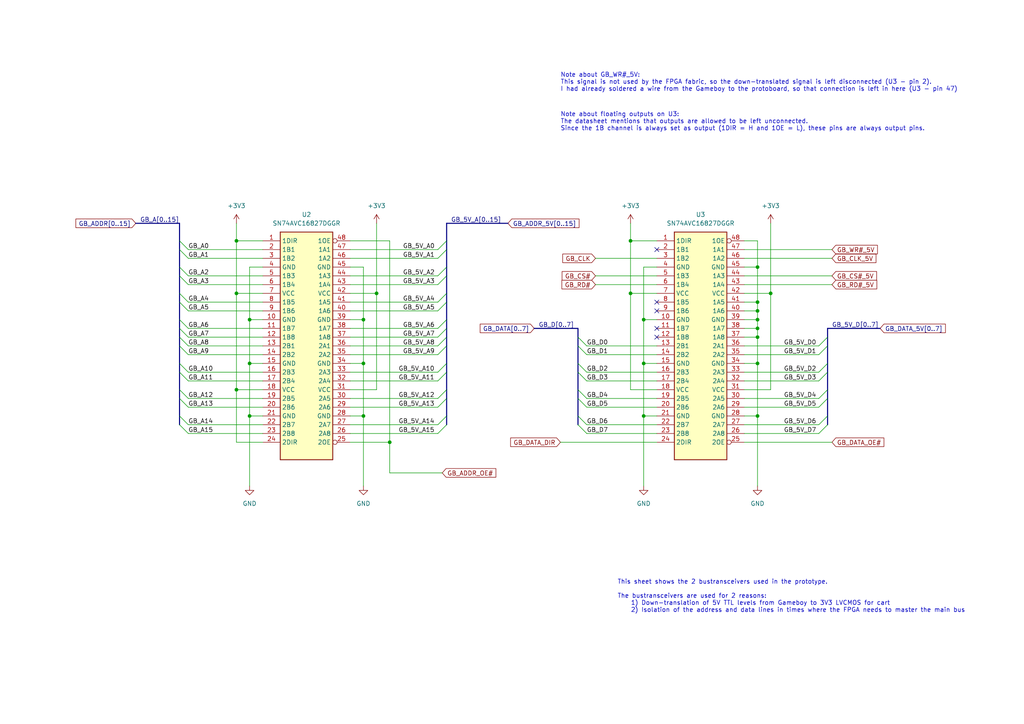
<source format=kicad_sch>
(kicad_sch (version 20211123) (generator eeschema)

  (uuid aaa976eb-ac0f-42eb-8094-2c9ffebe8c99)

  (paper "A4")

  (title_block
    (title "Bus transceivers")
  )

  (lib_symbols
    (symbol "74xx:SN74AVC16827DGGR" (in_bom yes) (on_board yes)
      (property "Reference" "U" (id 0) (at 6.35 34.29 0)
        (effects (font (size 1.27 1.27)))
      )
      (property "Value" "SN74AVC16827DGGR" (id 1) (at -13.97 34.29 0)
        (effects (font (size 1.27 1.27)))
      )
      (property "Footprint" "" (id 2) (at -30.48 -34.29 0)
        (effects (font (size 1.27 1.27)) hide)
      )
      (property "Datasheet" "" (id 3) (at -35.56 -38.1 0)
        (effects (font (size 1.27 1.27)) hide)
      )
      (property "ki_keywords" "Buffer Driver 3-State" (id 4) (at 0 0 0)
        (effects (font (size 1.27 1.27)) hide)
      )
      (property "ki_description" "20-Bit Buffer/Driver With 3-State Outputs" (id 5) (at 0 0 0)
        (effects (font (size 1.27 1.27)) hide)
      )
      (property "ki_fp_filters" "TSSOP*6.1x14mm*P0.5mm*" (id 6) (at 0 0 0)
        (effects (font (size 1.27 1.27)) hide)
      )
      (symbol "SN74AVC16827DGGR_0_1"
        (rectangle (start -7.62 -33.02) (end 7.62 33.02)
          (stroke (width 0.254) (type default) (color 0 0 0 0))
          (fill (type background))
        )
      )
      (symbol "SN74AVC16827DGGR_1_1"
        (pin input line (at -12.7 30.48 0) (length 5.08)
          (name "1DIR" (effects (font (size 1.27 1.27))))
          (number "1" (effects (font (size 1.27 1.27))))
        )
        (pin power_in line (at -12.7 7.62 0) (length 5.08)
          (name "GND" (effects (font (size 1.27 1.27))))
          (number "10" (effects (font (size 1.27 1.27))))
        )
        (pin bidirectional line (at -12.7 5.08 0) (length 5.08)
          (name "1B7" (effects (font (size 1.27 1.27))))
          (number "11" (effects (font (size 1.27 1.27))))
        )
        (pin bidirectional line (at -12.7 2.54 0) (length 5.08)
          (name "1B8" (effects (font (size 1.27 1.27))))
          (number "12" (effects (font (size 1.27 1.27))))
        )
        (pin bidirectional line (at -12.7 0 0) (length 5.08)
          (name "2B1" (effects (font (size 1.27 1.27))))
          (number "13" (effects (font (size 1.27 1.27))))
        )
        (pin bidirectional line (at -12.7 -2.54 0) (length 5.08)
          (name "2B2" (effects (font (size 1.27 1.27))))
          (number "14" (effects (font (size 1.27 1.27))))
        )
        (pin power_in line (at -12.7 -5.08 0) (length 5.08)
          (name "GND" (effects (font (size 1.27 1.27))))
          (number "15" (effects (font (size 1.27 1.27))))
        )
        (pin bidirectional line (at -12.7 -7.62 0) (length 5.08)
          (name "2B3" (effects (font (size 1.27 1.27))))
          (number "16" (effects (font (size 1.27 1.27))))
        )
        (pin bidirectional line (at -12.7 -10.16 0) (length 5.08)
          (name "2B4" (effects (font (size 1.27 1.27))))
          (number "17" (effects (font (size 1.27 1.27))))
        )
        (pin power_in line (at -12.7 -12.7 0) (length 5.08)
          (name "VCC" (effects (font (size 1.27 1.27))))
          (number "18" (effects (font (size 1.27 1.27))))
        )
        (pin bidirectional line (at -12.7 -15.24 0) (length 5.08)
          (name "2B5" (effects (font (size 1.27 1.27))))
          (number "19" (effects (font (size 1.27 1.27))))
        )
        (pin bidirectional line (at -12.7 27.94 0) (length 5.08)
          (name "1B1" (effects (font (size 1.27 1.27))))
          (number "2" (effects (font (size 1.27 1.27))))
        )
        (pin bidirectional line (at -12.7 -17.78 0) (length 5.08)
          (name "2B6" (effects (font (size 1.27 1.27))))
          (number "20" (effects (font (size 1.27 1.27))))
        )
        (pin power_in line (at -12.7 -20.32 0) (length 5.08)
          (name "GND" (effects (font (size 1.27 1.27))))
          (number "21" (effects (font (size 1.27 1.27))))
        )
        (pin bidirectional line (at -12.7 -22.86 0) (length 5.08)
          (name "2B7" (effects (font (size 1.27 1.27))))
          (number "22" (effects (font (size 1.27 1.27))))
        )
        (pin bidirectional line (at -12.7 -25.4 0) (length 5.08)
          (name "2B8" (effects (font (size 1.27 1.27))))
          (number "23" (effects (font (size 1.27 1.27))))
        )
        (pin input line (at -12.7 -27.94 0) (length 5.08)
          (name "2DIR" (effects (font (size 1.27 1.27))))
          (number "24" (effects (font (size 1.27 1.27))))
        )
        (pin input inverted (at 12.7 -27.94 180) (length 5.08)
          (name "2OE" (effects (font (size 1.27 1.27))))
          (number "25" (effects (font (size 1.27 1.27))))
        )
        (pin bidirectional line (at 12.7 -25.4 180) (length 5.08)
          (name "2A8" (effects (font (size 1.27 1.27))))
          (number "26" (effects (font (size 1.27 1.27))))
        )
        (pin bidirectional line (at 12.7 -22.86 180) (length 5.08)
          (name "2A7" (effects (font (size 1.27 1.27))))
          (number "27" (effects (font (size 1.27 1.27))))
        )
        (pin power_in line (at 12.7 -20.32 180) (length 5.08)
          (name "GND" (effects (font (size 1.27 1.27))))
          (number "28" (effects (font (size 1.27 1.27))))
        )
        (pin bidirectional line (at 12.7 -17.78 180) (length 5.08)
          (name "2A6" (effects (font (size 1.27 1.27))))
          (number "29" (effects (font (size 1.27 1.27))))
        )
        (pin bidirectional line (at -12.7 25.4 0) (length 5.08)
          (name "1B2" (effects (font (size 1.27 1.27))))
          (number "3" (effects (font (size 1.27 1.27))))
        )
        (pin bidirectional line (at 12.7 -15.24 180) (length 5.08)
          (name "2A5" (effects (font (size 1.27 1.27))))
          (number "30" (effects (font (size 1.27 1.27))))
        )
        (pin power_in line (at 12.7 -12.7 180) (length 5.08)
          (name "VCC" (effects (font (size 1.27 1.27))))
          (number "31" (effects (font (size 1.27 1.27))))
        )
        (pin bidirectional line (at 12.7 -10.16 180) (length 5.08)
          (name "2A4" (effects (font (size 1.27 1.27))))
          (number "32" (effects (font (size 1.27 1.27))))
        )
        (pin bidirectional line (at 12.7 -7.62 180) (length 5.08)
          (name "2A3" (effects (font (size 1.27 1.27))))
          (number "33" (effects (font (size 1.27 1.27))))
        )
        (pin power_in line (at 12.7 -5.08 180) (length 5.08)
          (name "GND" (effects (font (size 1.27 1.27))))
          (number "34" (effects (font (size 1.27 1.27))))
        )
        (pin bidirectional line (at 12.7 -2.54 180) (length 5.08)
          (name "2A2" (effects (font (size 1.27 1.27))))
          (number "35" (effects (font (size 1.27 1.27))))
        )
        (pin bidirectional line (at 12.7 0 180) (length 5.08)
          (name "2A1" (effects (font (size 1.27 1.27))))
          (number "36" (effects (font (size 1.27 1.27))))
        )
        (pin bidirectional line (at 12.7 2.54 180) (length 5.08)
          (name "1A8" (effects (font (size 1.27 1.27))))
          (number "37" (effects (font (size 1.27 1.27))))
        )
        (pin bidirectional line (at 12.7 5.08 180) (length 5.08)
          (name "1A7" (effects (font (size 1.27 1.27))))
          (number "38" (effects (font (size 1.27 1.27))))
        )
        (pin power_in line (at 12.7 7.62 180) (length 5.08)
          (name "GND" (effects (font (size 1.27 1.27))))
          (number "39" (effects (font (size 1.27 1.27))))
        )
        (pin power_in line (at -12.7 22.86 0) (length 5.08)
          (name "GND" (effects (font (size 1.27 1.27))))
          (number "4" (effects (font (size 1.27 1.27))))
        )
        (pin bidirectional line (at 12.7 10.16 180) (length 5.08)
          (name "1A6" (effects (font (size 1.27 1.27))))
          (number "40" (effects (font (size 1.27 1.27))))
        )
        (pin bidirectional line (at 12.7 12.7 180) (length 5.08)
          (name "1A5" (effects (font (size 1.27 1.27))))
          (number "41" (effects (font (size 1.27 1.27))))
        )
        (pin power_in line (at 12.7 15.24 180) (length 5.08)
          (name "VCC" (effects (font (size 1.27 1.27))))
          (number "42" (effects (font (size 1.27 1.27))))
        )
        (pin bidirectional line (at 12.7 17.78 180) (length 5.08)
          (name "1A4" (effects (font (size 1.27 1.27))))
          (number "43" (effects (font (size 1.27 1.27))))
        )
        (pin bidirectional line (at 12.7 20.32 180) (length 5.08)
          (name "1A3" (effects (font (size 1.27 1.27))))
          (number "44" (effects (font (size 1.27 1.27))))
        )
        (pin power_in line (at 12.7 22.86 180) (length 5.08)
          (name "GND" (effects (font (size 1.27 1.27))))
          (number "45" (effects (font (size 1.27 1.27))))
        )
        (pin bidirectional line (at 12.7 25.4 180) (length 5.08)
          (name "1A2" (effects (font (size 1.27 1.27))))
          (number "46" (effects (font (size 1.27 1.27))))
        )
        (pin bidirectional line (at 12.7 27.94 180) (length 5.08)
          (name "1A1" (effects (font (size 1.27 1.27))))
          (number "47" (effects (font (size 1.27 1.27))))
        )
        (pin input inverted (at 12.7 30.48 180) (length 5.08)
          (name "1OE" (effects (font (size 1.27 1.27))))
          (number "48" (effects (font (size 1.27 1.27))))
        )
        (pin bidirectional line (at -12.7 20.32 0) (length 5.08)
          (name "1B3" (effects (font (size 1.27 1.27))))
          (number "5" (effects (font (size 1.27 1.27))))
        )
        (pin bidirectional line (at -12.7 17.78 0) (length 5.08)
          (name "1B4" (effects (font (size 1.27 1.27))))
          (number "6" (effects (font (size 1.27 1.27))))
        )
        (pin power_in line (at -12.7 15.24 0) (length 5.08)
          (name "VCC" (effects (font (size 1.27 1.27))))
          (number "7" (effects (font (size 1.27 1.27))))
        )
        (pin bidirectional line (at -12.7 12.7 0) (length 5.08)
          (name "1B5" (effects (font (size 1.27 1.27))))
          (number "8" (effects (font (size 1.27 1.27))))
        )
        (pin bidirectional line (at -12.7 10.16 0) (length 5.08)
          (name "1B6" (effects (font (size 1.27 1.27))))
          (number "9" (effects (font (size 1.27 1.27))))
        )
      )
    )
    (symbol "SN74AVC16827DGGR_1" (in_bom yes) (on_board yes)
      (property "Reference" "U" (id 0) (at 6.35 34.29 0)
        (effects (font (size 1.27 1.27)))
      )
      (property "Value" "SN74AVC16827DGGR_1" (id 1) (at -13.97 34.29 0)
        (effects (font (size 1.27 1.27)))
      )
      (property "Footprint" "" (id 2) (at -30.48 -34.29 0)
        (effects (font (size 1.27 1.27)) hide)
      )
      (property "Datasheet" "" (id 3) (at -35.56 -38.1 0)
        (effects (font (size 1.27 1.27)) hide)
      )
      (property "ki_keywords" "Buffer Driver 3-State" (id 4) (at 0 0 0)
        (effects (font (size 1.27 1.27)) hide)
      )
      (property "ki_description" "20-Bit Buffer/Driver With 3-State Outputs" (id 5) (at 0 0 0)
        (effects (font (size 1.27 1.27)) hide)
      )
      (property "ki_fp_filters" "TSSOP*6.1x14mm*P0.5mm*" (id 6) (at 0 0 0)
        (effects (font (size 1.27 1.27)) hide)
      )
      (symbol "SN74AVC16827DGGR_1_0_1"
        (rectangle (start -7.62 -33.02) (end 7.62 33.02)
          (stroke (width 0.254) (type default) (color 0 0 0 0))
          (fill (type background))
        )
      )
      (symbol "SN74AVC16827DGGR_1_1_1"
        (pin input line (at -12.7 30.48 0) (length 5.08)
          (name "1DIR" (effects (font (size 1.27 1.27))))
          (number "1" (effects (font (size 1.27 1.27))))
        )
        (pin power_in line (at -12.7 7.62 0) (length 5.08)
          (name "GND" (effects (font (size 1.27 1.27))))
          (number "10" (effects (font (size 1.27 1.27))))
        )
        (pin bidirectional line (at -12.7 5.08 0) (length 5.08)
          (name "1B7" (effects (font (size 1.27 1.27))))
          (number "11" (effects (font (size 1.27 1.27))))
        )
        (pin bidirectional line (at -12.7 2.54 0) (length 5.08)
          (name "1B8" (effects (font (size 1.27 1.27))))
          (number "12" (effects (font (size 1.27 1.27))))
        )
        (pin bidirectional line (at -12.7 0 0) (length 5.08)
          (name "2B1" (effects (font (size 1.27 1.27))))
          (number "13" (effects (font (size 1.27 1.27))))
        )
        (pin bidirectional line (at -12.7 -2.54 0) (length 5.08)
          (name "2B2" (effects (font (size 1.27 1.27))))
          (number "14" (effects (font (size 1.27 1.27))))
        )
        (pin power_in line (at -12.7 -5.08 0) (length 5.08)
          (name "GND" (effects (font (size 1.27 1.27))))
          (number "15" (effects (font (size 1.27 1.27))))
        )
        (pin bidirectional line (at -12.7 -7.62 0) (length 5.08)
          (name "2B3" (effects (font (size 1.27 1.27))))
          (number "16" (effects (font (size 1.27 1.27))))
        )
        (pin bidirectional line (at -12.7 -10.16 0) (length 5.08)
          (name "2B4" (effects (font (size 1.27 1.27))))
          (number "17" (effects (font (size 1.27 1.27))))
        )
        (pin power_in line (at -12.7 -12.7 0) (length 5.08)
          (name "VCC" (effects (font (size 1.27 1.27))))
          (number "18" (effects (font (size 1.27 1.27))))
        )
        (pin bidirectional line (at -12.7 -15.24 0) (length 5.08)
          (name "2B5" (effects (font (size 1.27 1.27))))
          (number "19" (effects (font (size 1.27 1.27))))
        )
        (pin bidirectional line (at -12.7 27.94 0) (length 5.08)
          (name "1B1" (effects (font (size 1.27 1.27))))
          (number "2" (effects (font (size 1.27 1.27))))
        )
        (pin bidirectional line (at -12.7 -17.78 0) (length 5.08)
          (name "2B6" (effects (font (size 1.27 1.27))))
          (number "20" (effects (font (size 1.27 1.27))))
        )
        (pin power_in line (at -12.7 -20.32 0) (length 5.08)
          (name "GND" (effects (font (size 1.27 1.27))))
          (number "21" (effects (font (size 1.27 1.27))))
        )
        (pin bidirectional line (at -12.7 -22.86 0) (length 5.08)
          (name "2B7" (effects (font (size 1.27 1.27))))
          (number "22" (effects (font (size 1.27 1.27))))
        )
        (pin bidirectional line (at -12.7 -25.4 0) (length 5.08)
          (name "2B8" (effects (font (size 1.27 1.27))))
          (number "23" (effects (font (size 1.27 1.27))))
        )
        (pin input line (at -12.7 -27.94 0) (length 5.08)
          (name "2DIR" (effects (font (size 1.27 1.27))))
          (number "24" (effects (font (size 1.27 1.27))))
        )
        (pin input inverted (at 12.7 -27.94 180) (length 5.08)
          (name "2OE" (effects (font (size 1.27 1.27))))
          (number "25" (effects (font (size 1.27 1.27))))
        )
        (pin bidirectional line (at 12.7 -25.4 180) (length 5.08)
          (name "2A8" (effects (font (size 1.27 1.27))))
          (number "26" (effects (font (size 1.27 1.27))))
        )
        (pin bidirectional line (at 12.7 -22.86 180) (length 5.08)
          (name "2A7" (effects (font (size 1.27 1.27))))
          (number "27" (effects (font (size 1.27 1.27))))
        )
        (pin power_in line (at 12.7 -20.32 180) (length 5.08)
          (name "GND" (effects (font (size 1.27 1.27))))
          (number "28" (effects (font (size 1.27 1.27))))
        )
        (pin bidirectional line (at 12.7 -17.78 180) (length 5.08)
          (name "2A6" (effects (font (size 1.27 1.27))))
          (number "29" (effects (font (size 1.27 1.27))))
        )
        (pin bidirectional line (at -12.7 25.4 0) (length 5.08)
          (name "1B2" (effects (font (size 1.27 1.27))))
          (number "3" (effects (font (size 1.27 1.27))))
        )
        (pin bidirectional line (at 12.7 -15.24 180) (length 5.08)
          (name "2A5" (effects (font (size 1.27 1.27))))
          (number "30" (effects (font (size 1.27 1.27))))
        )
        (pin power_in line (at 12.7 -12.7 180) (length 5.08)
          (name "VCC" (effects (font (size 1.27 1.27))))
          (number "31" (effects (font (size 1.27 1.27))))
        )
        (pin bidirectional line (at 12.7 -10.16 180) (length 5.08)
          (name "2A4" (effects (font (size 1.27 1.27))))
          (number "32" (effects (font (size 1.27 1.27))))
        )
        (pin bidirectional line (at 12.7 -7.62 180) (length 5.08)
          (name "2A3" (effects (font (size 1.27 1.27))))
          (number "33" (effects (font (size 1.27 1.27))))
        )
        (pin power_in line (at 12.7 -5.08 180) (length 5.08)
          (name "GND" (effects (font (size 1.27 1.27))))
          (number "34" (effects (font (size 1.27 1.27))))
        )
        (pin bidirectional line (at 12.7 -2.54 180) (length 5.08)
          (name "2A2" (effects (font (size 1.27 1.27))))
          (number "35" (effects (font (size 1.27 1.27))))
        )
        (pin bidirectional line (at 12.7 0 180) (length 5.08)
          (name "2A1" (effects (font (size 1.27 1.27))))
          (number "36" (effects (font (size 1.27 1.27))))
        )
        (pin bidirectional line (at 12.7 2.54 180) (length 5.08)
          (name "1A8" (effects (font (size 1.27 1.27))))
          (number "37" (effects (font (size 1.27 1.27))))
        )
        (pin bidirectional line (at 12.7 5.08 180) (length 5.08)
          (name "1A7" (effects (font (size 1.27 1.27))))
          (number "38" (effects (font (size 1.27 1.27))))
        )
        (pin power_in line (at 12.7 7.62 180) (length 5.08)
          (name "GND" (effects (font (size 1.27 1.27))))
          (number "39" (effects (font (size 1.27 1.27))))
        )
        (pin power_in line (at -12.7 22.86 0) (length 5.08)
          (name "GND" (effects (font (size 1.27 1.27))))
          (number "4" (effects (font (size 1.27 1.27))))
        )
        (pin bidirectional line (at 12.7 10.16 180) (length 5.08)
          (name "1A6" (effects (font (size 1.27 1.27))))
          (number "40" (effects (font (size 1.27 1.27))))
        )
        (pin bidirectional line (at 12.7 12.7 180) (length 5.08)
          (name "1A5" (effects (font (size 1.27 1.27))))
          (number "41" (effects (font (size 1.27 1.27))))
        )
        (pin power_in line (at 12.7 15.24 180) (length 5.08)
          (name "VCC" (effects (font (size 1.27 1.27))))
          (number "42" (effects (font (size 1.27 1.27))))
        )
        (pin bidirectional line (at 12.7 17.78 180) (length 5.08)
          (name "1A4" (effects (font (size 1.27 1.27))))
          (number "43" (effects (font (size 1.27 1.27))))
        )
        (pin bidirectional line (at 12.7 20.32 180) (length 5.08)
          (name "1A3" (effects (font (size 1.27 1.27))))
          (number "44" (effects (font (size 1.27 1.27))))
        )
        (pin power_in line (at 12.7 22.86 180) (length 5.08)
          (name "GND" (effects (font (size 1.27 1.27))))
          (number "45" (effects (font (size 1.27 1.27))))
        )
        (pin bidirectional line (at 12.7 25.4 180) (length 5.08)
          (name "1A2" (effects (font (size 1.27 1.27))))
          (number "46" (effects (font (size 1.27 1.27))))
        )
        (pin bidirectional line (at 12.7 27.94 180) (length 5.08)
          (name "1A1" (effects (font (size 1.27 1.27))))
          (number "47" (effects (font (size 1.27 1.27))))
        )
        (pin input inverted (at 12.7 30.48 180) (length 5.08)
          (name "1OE" (effects (font (size 1.27 1.27))))
          (number "48" (effects (font (size 1.27 1.27))))
        )
        (pin bidirectional line (at -12.7 20.32 0) (length 5.08)
          (name "1B3" (effects (font (size 1.27 1.27))))
          (number "5" (effects (font (size 1.27 1.27))))
        )
        (pin bidirectional line (at -12.7 17.78 0) (length 5.08)
          (name "1B4" (effects (font (size 1.27 1.27))))
          (number "6" (effects (font (size 1.27 1.27))))
        )
        (pin power_in line (at -12.7 15.24 0) (length 5.08)
          (name "VCC" (effects (font (size 1.27 1.27))))
          (number "7" (effects (font (size 1.27 1.27))))
        )
        (pin bidirectional line (at -12.7 12.7 0) (length 5.08)
          (name "1B5" (effects (font (size 1.27 1.27))))
          (number "8" (effects (font (size 1.27 1.27))))
        )
        (pin bidirectional line (at -12.7 10.16 0) (length 5.08)
          (name "1B6" (effects (font (size 1.27 1.27))))
          (number "9" (effects (font (size 1.27 1.27))))
        )
      )
    )
    (symbol "power:+3V3" (power) (pin_names (offset 0)) (in_bom yes) (on_board yes)
      (property "Reference" "#PWR" (id 0) (at 0 -3.81 0)
        (effects (font (size 1.27 1.27)) hide)
      )
      (property "Value" "+3V3" (id 1) (at 0 3.556 0)
        (effects (font (size 1.27 1.27)))
      )
      (property "Footprint" "" (id 2) (at 0 0 0)
        (effects (font (size 1.27 1.27)) hide)
      )
      (property "Datasheet" "" (id 3) (at 0 0 0)
        (effects (font (size 1.27 1.27)) hide)
      )
      (property "ki_keywords" "power-flag" (id 4) (at 0 0 0)
        (effects (font (size 1.27 1.27)) hide)
      )
      (property "ki_description" "Power symbol creates a global label with name \"+3V3\"" (id 5) (at 0 0 0)
        (effects (font (size 1.27 1.27)) hide)
      )
      (symbol "+3V3_0_1"
        (polyline
          (pts
            (xy -0.762 1.27)
            (xy 0 2.54)
          )
          (stroke (width 0) (type default) (color 0 0 0 0))
          (fill (type none))
        )
        (polyline
          (pts
            (xy 0 0)
            (xy 0 2.54)
          )
          (stroke (width 0) (type default) (color 0 0 0 0))
          (fill (type none))
        )
        (polyline
          (pts
            (xy 0 2.54)
            (xy 0.762 1.27)
          )
          (stroke (width 0) (type default) (color 0 0 0 0))
          (fill (type none))
        )
      )
      (symbol "+3V3_1_1"
        (pin power_in line (at 0 0 90) (length 0) hide
          (name "+3V3" (effects (font (size 1.27 1.27))))
          (number "1" (effects (font (size 1.27 1.27))))
        )
      )
    )
    (symbol "power:GND" (power) (pin_names (offset 0)) (in_bom yes) (on_board yes)
      (property "Reference" "#PWR" (id 0) (at 0 -6.35 0)
        (effects (font (size 1.27 1.27)) hide)
      )
      (property "Value" "GND" (id 1) (at 0 -3.81 0)
        (effects (font (size 1.27 1.27)))
      )
      (property "Footprint" "" (id 2) (at 0 0 0)
        (effects (font (size 1.27 1.27)) hide)
      )
      (property "Datasheet" "" (id 3) (at 0 0 0)
        (effects (font (size 1.27 1.27)) hide)
      )
      (property "ki_keywords" "power-flag" (id 4) (at 0 0 0)
        (effects (font (size 1.27 1.27)) hide)
      )
      (property "ki_description" "Power symbol creates a global label with name \"GND\" , ground" (id 5) (at 0 0 0)
        (effects (font (size 1.27 1.27)) hide)
      )
      (symbol "GND_0_1"
        (polyline
          (pts
            (xy 0 0)
            (xy 0 -1.27)
            (xy 1.27 -1.27)
            (xy 0 -2.54)
            (xy -1.27 -1.27)
            (xy 0 -1.27)
          )
          (stroke (width 0) (type default) (color 0 0 0 0))
          (fill (type none))
        )
      )
      (symbol "GND_1_1"
        (pin power_in line (at 0 0 270) (length 0) hide
          (name "GND" (effects (font (size 1.27 1.27))))
          (number "1" (effects (font (size 1.27 1.27))))
        )
      )
    )
  )

  (junction (at 219.71 95.25) (diameter 0) (color 0 0 0 0)
    (uuid 0fa2f68b-ea4b-4a3a-847e-b72f57afe4c8)
  )
  (junction (at 68.58 85.09) (diameter 0) (color 0 0 0 0)
    (uuid 14f04e98-a0c1-48b6-966e-dc3e4c12e013)
  )
  (junction (at 186.69 120.65) (diameter 0) (color 0 0 0 0)
    (uuid 236735af-6431-42b4-9b7b-716db4f8e240)
  )
  (junction (at 105.41 105.41) (diameter 0) (color 0 0 0 0)
    (uuid 2a5e2bbe-a677-41c2-b386-f0ea4b4b2701)
  )
  (junction (at 109.22 85.09) (diameter 0) (color 0 0 0 0)
    (uuid 2bb4ca96-12a5-47a4-b659-28253520c51e)
  )
  (junction (at 68.58 113.03) (diameter 0) (color 0 0 0 0)
    (uuid 2e71e625-d4c1-4a1a-b17b-b8672403910e)
  )
  (junction (at 186.69 92.71) (diameter 0) (color 0 0 0 0)
    (uuid 31d2f4d2-3825-4231-b70c-78153232397e)
  )
  (junction (at 219.71 105.41) (diameter 0) (color 0 0 0 0)
    (uuid 3538c8fe-b13c-4ca0-9cd2-67474db09b36)
  )
  (junction (at 219.71 92.71) (diameter 0) (color 0 0 0 0)
    (uuid 3e81349e-92f2-4f7b-9f18-bdb062197d94)
  )
  (junction (at 223.52 85.09) (diameter 0) (color 0 0 0 0)
    (uuid 5021336a-9ffa-45c4-af65-4504ddff956c)
  )
  (junction (at 219.71 90.17) (diameter 0) (color 0 0 0 0)
    (uuid 52ed81fc-a26e-4ce8-9bd9-b4e417cc39dc)
  )
  (junction (at 182.88 69.85) (diameter 0) (color 0 0 0 0)
    (uuid 55ddb3db-5491-45a9-8ccb-fd7df9f23750)
  )
  (junction (at 105.41 120.65) (diameter 0) (color 0 0 0 0)
    (uuid 5a4687f4-76d9-4549-9cc9-cc191a77a50b)
  )
  (junction (at 219.71 97.79) (diameter 0) (color 0 0 0 0)
    (uuid 5a644f1b-ac94-4315-b095-ad40f2cc754a)
  )
  (junction (at 72.39 92.71) (diameter 0) (color 0 0 0 0)
    (uuid 6aefa05c-6bee-4b24-b6e8-70616ab5e3d0)
  )
  (junction (at 219.71 120.65) (diameter 0) (color 0 0 0 0)
    (uuid 6b3fd38f-26b0-4c14-b85b-00fd18b3d51d)
  )
  (junction (at 113.03 128.27) (diameter 0) (color 0 0 0 0)
    (uuid 70278fec-9fb2-4c5d-8718-ad8b10962001)
  )
  (junction (at 68.58 69.85) (diameter 0) (color 0 0 0 0)
    (uuid 774fff2c-d30b-4cfa-8387-7fbdb88ed0c3)
  )
  (junction (at 219.71 87.63) (diameter 0) (color 0 0 0 0)
    (uuid 7ec51d09-d5a2-495b-91e4-95e9cae46f4c)
  )
  (junction (at 72.39 120.65) (diameter 0) (color 0 0 0 0)
    (uuid bc0925d2-b151-4f4e-8f76-9d5007db2130)
  )
  (junction (at 219.71 77.47) (diameter 0) (color 0 0 0 0)
    (uuid c7b8d3e7-fc6b-4514-9631-d45c6cae1efd)
  )
  (junction (at 105.41 92.71) (diameter 0) (color 0 0 0 0)
    (uuid d2cabb07-740f-4bbb-aff6-8c34be2cbe5b)
  )
  (junction (at 182.88 85.09) (diameter 0) (color 0 0 0 0)
    (uuid f8265b1d-4c99-47cb-a5d6-ccf4a01f28d2)
  )
  (junction (at 186.69 105.41) (diameter 0) (color 0 0 0 0)
    (uuid fc260dfe-ba8f-4014-90a5-372821963e2a)
  )
  (junction (at 72.39 105.41) (diameter 0) (color 0 0 0 0)
    (uuid fe51d82b-f01d-4aa0-bae1-d4e7e0f04762)
  )

  (no_connect (at 190.5 90.17) (uuid 491c79fb-920f-4dd7-9e05-7a1a483de58c))
  (no_connect (at 190.5 97.79) (uuid 491c79fb-920f-4dd7-9e05-7a1a483de58d))
  (no_connect (at 190.5 95.25) (uuid 491c79fb-920f-4dd7-9e05-7a1a483de58e))
  (no_connect (at 190.5 87.63) (uuid 491c79fb-920f-4dd7-9e05-7a1a483de58f))
  (no_connect (at 190.5 72.39) (uuid d3f92648-6145-49f1-a5cf-3134e365266a))

  (bus_entry (at 127 115.57) (size 2.54 -2.54)
    (stroke (width 0) (type default) (color 0 0 0 0))
    (uuid 0acdbccd-29d8-4916-a0fe-14242bd3de2c)
  )
  (bus_entry (at 127 123.19) (size 2.54 -2.54)
    (stroke (width 0) (type default) (color 0 0 0 0))
    (uuid 0acdbccd-29d8-4916-a0fe-14242bd3de2d)
  )
  (bus_entry (at 127 125.73) (size 2.54 -2.54)
    (stroke (width 0) (type default) (color 0 0 0 0))
    (uuid 0acdbccd-29d8-4916-a0fe-14242bd3de2e)
  )
  (bus_entry (at 127 100.33) (size 2.54 -2.54)
    (stroke (width 0) (type default) (color 0 0 0 0))
    (uuid 0acdbccd-29d8-4916-a0fe-14242bd3de2f)
  )
  (bus_entry (at 127 95.25) (size 2.54 -2.54)
    (stroke (width 0) (type default) (color 0 0 0 0))
    (uuid 0acdbccd-29d8-4916-a0fe-14242bd3de30)
  )
  (bus_entry (at 127 102.87) (size 2.54 -2.54)
    (stroke (width 0) (type default) (color 0 0 0 0))
    (uuid 0acdbccd-29d8-4916-a0fe-14242bd3de31)
  )
  (bus_entry (at 127 90.17) (size 2.54 -2.54)
    (stroke (width 0) (type default) (color 0 0 0 0))
    (uuid 0acdbccd-29d8-4916-a0fe-14242bd3de32)
  )
  (bus_entry (at 127 118.11) (size 2.54 -2.54)
    (stroke (width 0) (type default) (color 0 0 0 0))
    (uuid 0acdbccd-29d8-4916-a0fe-14242bd3de33)
  )
  (bus_entry (at 127 107.95) (size 2.54 -2.54)
    (stroke (width 0) (type default) (color 0 0 0 0))
    (uuid 0acdbccd-29d8-4916-a0fe-14242bd3de34)
  )
  (bus_entry (at 127 97.79) (size 2.54 -2.54)
    (stroke (width 0) (type default) (color 0 0 0 0))
    (uuid 0acdbccd-29d8-4916-a0fe-14242bd3de35)
  )
  (bus_entry (at 127 110.49) (size 2.54 -2.54)
    (stroke (width 0) (type default) (color 0 0 0 0))
    (uuid 0acdbccd-29d8-4916-a0fe-14242bd3de36)
  )
  (bus_entry (at 127 87.63) (size 2.54 -2.54)
    (stroke (width 0) (type default) (color 0 0 0 0))
    (uuid 0acdbccd-29d8-4916-a0fe-14242bd3de37)
  )
  (bus_entry (at 127 82.55) (size 2.54 -2.54)
    (stroke (width 0) (type default) (color 0 0 0 0))
    (uuid 0acdbccd-29d8-4916-a0fe-14242bd3de38)
  )
  (bus_entry (at 127 80.01) (size 2.54 -2.54)
    (stroke (width 0) (type default) (color 0 0 0 0))
    (uuid 0acdbccd-29d8-4916-a0fe-14242bd3de39)
  )
  (bus_entry (at 127 74.93) (size 2.54 -2.54)
    (stroke (width 0) (type default) (color 0 0 0 0))
    (uuid 0acdbccd-29d8-4916-a0fe-14242bd3de3a)
  )
  (bus_entry (at 127 72.39) (size 2.54 -2.54)
    (stroke (width 0) (type default) (color 0 0 0 0))
    (uuid 0acdbccd-29d8-4916-a0fe-14242bd3de3b)
  )
  (bus_entry (at 237.49 100.33) (size 2.54 -2.54)
    (stroke (width 0) (type default) (color 0 0 0 0))
    (uuid 1bf041f4-b677-411a-a4bc-cdeb7adb3121)
  )
  (bus_entry (at 237.49 102.87) (size 2.54 -2.54)
    (stroke (width 0) (type default) (color 0 0 0 0))
    (uuid 1bf041f4-b677-411a-a4bc-cdeb7adb3122)
  )
  (bus_entry (at 237.49 107.95) (size 2.54 -2.54)
    (stroke (width 0) (type default) (color 0 0 0 0))
    (uuid 1bf041f4-b677-411a-a4bc-cdeb7adb3123)
  )
  (bus_entry (at 237.49 110.49) (size 2.54 -2.54)
    (stroke (width 0) (type default) (color 0 0 0 0))
    (uuid 1bf041f4-b677-411a-a4bc-cdeb7adb3124)
  )
  (bus_entry (at 237.49 125.73) (size 2.54 -2.54)
    (stroke (width 0) (type default) (color 0 0 0 0))
    (uuid 1bf041f4-b677-411a-a4bc-cdeb7adb3125)
  )
  (bus_entry (at 237.49 115.57) (size 2.54 -2.54)
    (stroke (width 0) (type default) (color 0 0 0 0))
    (uuid 1bf041f4-b677-411a-a4bc-cdeb7adb3126)
  )
  (bus_entry (at 237.49 123.19) (size 2.54 -2.54)
    (stroke (width 0) (type default) (color 0 0 0 0))
    (uuid 1bf041f4-b677-411a-a4bc-cdeb7adb3127)
  )
  (bus_entry (at 237.49 118.11) (size 2.54 -2.54)
    (stroke (width 0) (type default) (color 0 0 0 0))
    (uuid 1bf041f4-b677-411a-a4bc-cdeb7adb3128)
  )
  (bus_entry (at 170.18 100.33) (size -2.54 -2.54)
    (stroke (width 0) (type default) (color 0 0 0 0))
    (uuid bdc2a69e-a5b1-4cf2-8bfb-bbde4b92ebe2)
  )
  (bus_entry (at 170.18 102.87) (size -2.54 -2.54)
    (stroke (width 0) (type default) (color 0 0 0 0))
    (uuid bdc2a69e-a5b1-4cf2-8bfb-bbde4b92ebe3)
  )
  (bus_entry (at 170.18 123.19) (size -2.54 -2.54)
    (stroke (width 0) (type default) (color 0 0 0 0))
    (uuid bdc2a69e-a5b1-4cf2-8bfb-bbde4b92ebe4)
  )
  (bus_entry (at 170.18 118.11) (size -2.54 -2.54)
    (stroke (width 0) (type default) (color 0 0 0 0))
    (uuid bdc2a69e-a5b1-4cf2-8bfb-bbde4b92ebe5)
  )
  (bus_entry (at 170.18 125.73) (size -2.54 -2.54)
    (stroke (width 0) (type default) (color 0 0 0 0))
    (uuid bdc2a69e-a5b1-4cf2-8bfb-bbde4b92ebe6)
  )
  (bus_entry (at 170.18 115.57) (size -2.54 -2.54)
    (stroke (width 0) (type default) (color 0 0 0 0))
    (uuid bdc2a69e-a5b1-4cf2-8bfb-bbde4b92ebe7)
  )
  (bus_entry (at 170.18 107.95) (size -2.54 -2.54)
    (stroke (width 0) (type default) (color 0 0 0 0))
    (uuid bdc2a69e-a5b1-4cf2-8bfb-bbde4b92ebe8)
  )
  (bus_entry (at 170.18 110.49) (size -2.54 -2.54)
    (stroke (width 0) (type default) (color 0 0 0 0))
    (uuid bdc2a69e-a5b1-4cf2-8bfb-bbde4b92ebe9)
  )
  (bus_entry (at 54.61 74.93) (size -2.54 -2.54)
    (stroke (width 0) (type default) (color 0 0 0 0))
    (uuid d243880b-18a3-4f4a-aecf-c006a0feab3c)
  )
  (bus_entry (at 54.61 72.39) (size -2.54 -2.54)
    (stroke (width 0) (type default) (color 0 0 0 0))
    (uuid d243880b-18a3-4f4a-aecf-c006a0feab3d)
  )
  (bus_entry (at 54.61 90.17) (size -2.54 -2.54)
    (stroke (width 0) (type default) (color 0 0 0 0))
    (uuid d243880b-18a3-4f4a-aecf-c006a0feab3e)
  )
  (bus_entry (at 54.61 87.63) (size -2.54 -2.54)
    (stroke (width 0) (type default) (color 0 0 0 0))
    (uuid d243880b-18a3-4f4a-aecf-c006a0feab3f)
  )
  (bus_entry (at 54.61 97.79) (size -2.54 -2.54)
    (stroke (width 0) (type default) (color 0 0 0 0))
    (uuid d243880b-18a3-4f4a-aecf-c006a0feab40)
  )
  (bus_entry (at 54.61 95.25) (size -2.54 -2.54)
    (stroke (width 0) (type default) (color 0 0 0 0))
    (uuid d243880b-18a3-4f4a-aecf-c006a0feab41)
  )
  (bus_entry (at 54.61 100.33) (size -2.54 -2.54)
    (stroke (width 0) (type default) (color 0 0 0 0))
    (uuid d243880b-18a3-4f4a-aecf-c006a0feab42)
  )
  (bus_entry (at 54.61 82.55) (size -2.54 -2.54)
    (stroke (width 0) (type default) (color 0 0 0 0))
    (uuid d243880b-18a3-4f4a-aecf-c006a0feab43)
  )
  (bus_entry (at 54.61 80.01) (size -2.54 -2.54)
    (stroke (width 0) (type default) (color 0 0 0 0))
    (uuid d243880b-18a3-4f4a-aecf-c006a0feab44)
  )
  (bus_entry (at 54.61 110.49) (size -2.54 -2.54)
    (stroke (width 0) (type default) (color 0 0 0 0))
    (uuid d243880b-18a3-4f4a-aecf-c006a0feab45)
  )
  (bus_entry (at 54.61 102.87) (size -2.54 -2.54)
    (stroke (width 0) (type default) (color 0 0 0 0))
    (uuid d243880b-18a3-4f4a-aecf-c006a0feab46)
  )
  (bus_entry (at 54.61 107.95) (size -2.54 -2.54)
    (stroke (width 0) (type default) (color 0 0 0 0))
    (uuid d243880b-18a3-4f4a-aecf-c006a0feab47)
  )
  (bus_entry (at 54.61 125.73) (size -2.54 -2.54)
    (stroke (width 0) (type default) (color 0 0 0 0))
    (uuid d243880b-18a3-4f4a-aecf-c006a0feab48)
  )
  (bus_entry (at 54.61 118.11) (size -2.54 -2.54)
    (stroke (width 0) (type default) (color 0 0 0 0))
    (uuid d243880b-18a3-4f4a-aecf-c006a0feab49)
  )
  (bus_entry (at 54.61 123.19) (size -2.54 -2.54)
    (stroke (width 0) (type default) (color 0 0 0 0))
    (uuid d243880b-18a3-4f4a-aecf-c006a0feab4a)
  )
  (bus_entry (at 54.61 115.57) (size -2.54 -2.54)
    (stroke (width 0) (type default) (color 0 0 0 0))
    (uuid d243880b-18a3-4f4a-aecf-c006a0feab4b)
  )

  (wire (pts (xy 76.2 77.47) (xy 72.39 77.47))
    (stroke (width 0) (type default) (color 0 0 0 0))
    (uuid 020bf285-bd24-49ee-bdf7-155d6d761428)
  )
  (wire (pts (xy 76.2 92.71) (xy 72.39 92.71))
    (stroke (width 0) (type default) (color 0 0 0 0))
    (uuid 04be9051-771d-4c2a-ab52-5a26f130f938)
  )
  (wire (pts (xy 105.41 92.71) (xy 105.41 105.41))
    (stroke (width 0) (type default) (color 0 0 0 0))
    (uuid 0662bd2c-01a1-400b-874f-71dc9dd8ea99)
  )
  (bus (pts (xy 129.54 64.77) (xy 147.32 64.77))
    (stroke (width 0) (type default) (color 0 0 0 0))
    (uuid 0bd50d9d-3fd5-47ba-aec7-c40cd54fc451)
  )

  (wire (pts (xy 215.9 125.73) (xy 237.49 125.73))
    (stroke (width 0) (type default) (color 0 0 0 0))
    (uuid 0bfce753-8fad-4768-b88f-4ac518f8ecc9)
  )
  (wire (pts (xy 105.41 77.47) (xy 105.41 92.71))
    (stroke (width 0) (type default) (color 0 0 0 0))
    (uuid 0d2a2a71-f300-42f6-94e4-3be728d9bdba)
  )
  (wire (pts (xy 54.61 90.17) (xy 76.2 90.17))
    (stroke (width 0) (type default) (color 0 0 0 0))
    (uuid 0d36557d-e233-40e8-bfb6-ee551a0a9795)
  )
  (bus (pts (xy 129.54 123.19) (xy 129.54 120.65))
    (stroke (width 0) (type default) (color 0 0 0 0))
    (uuid 0d764816-6fc8-4a28-bff1-4d6f6542ab80)
  )
  (bus (pts (xy 240.03 123.19) (xy 240.03 120.65))
    (stroke (width 0) (type default) (color 0 0 0 0))
    (uuid 0f88e06d-c579-4a5d-9d46-de25691b375f)
  )
  (bus (pts (xy 129.54 85.09) (xy 129.54 80.01))
    (stroke (width 0) (type default) (color 0 0 0 0))
    (uuid 1084392d-0b76-48df-b7f4-6f7e6d334770)
  )
  (bus (pts (xy 129.54 69.85) (xy 129.54 64.77))
    (stroke (width 0) (type default) (color 0 0 0 0))
    (uuid 1130532a-c5a9-4332-91f0-27b06b432aa0)
  )

  (wire (pts (xy 54.61 110.49) (xy 76.2 110.49))
    (stroke (width 0) (type default) (color 0 0 0 0))
    (uuid 12fb8abd-4dc1-41fd-83ad-ba52520a6ff3)
  )
  (bus (pts (xy 52.07 115.57) (xy 52.07 113.03))
    (stroke (width 0) (type default) (color 0 0 0 0))
    (uuid 142495fd-15ec-434a-9f6a-85166715d4d7)
  )

  (wire (pts (xy 182.88 85.09) (xy 182.88 69.85))
    (stroke (width 0) (type default) (color 0 0 0 0))
    (uuid 1a3d00ac-70eb-4a6d-a946-4708c8cb6360)
  )
  (wire (pts (xy 101.6 115.57) (xy 127 115.57))
    (stroke (width 0) (type default) (color 0 0 0 0))
    (uuid 1c74a790-6b11-4834-ba84-e36b2a991daf)
  )
  (wire (pts (xy 190.5 69.85) (xy 182.88 69.85))
    (stroke (width 0) (type default) (color 0 0 0 0))
    (uuid 1d957ba9-a3e8-41ef-88ef-d2a04d87bcc2)
  )
  (wire (pts (xy 223.52 64.77) (xy 223.52 85.09))
    (stroke (width 0) (type default) (color 0 0 0 0))
    (uuid 1f4e534d-58c4-4367-b78d-1cda86a8787e)
  )
  (wire (pts (xy 190.5 77.47) (xy 186.69 77.47))
    (stroke (width 0) (type default) (color 0 0 0 0))
    (uuid 1f7d077b-9f7d-4ec0-9892-464e48e48bf0)
  )
  (wire (pts (xy 219.71 69.85) (xy 219.71 77.47))
    (stroke (width 0) (type default) (color 0 0 0 0))
    (uuid 1fd068fe-93de-4495-9341-45c73f06b96c)
  )
  (wire (pts (xy 170.18 100.33) (xy 190.5 100.33))
    (stroke (width 0) (type default) (color 0 0 0 0))
    (uuid 215cdea6-fa30-45ee-a2b4-7f909bf87da7)
  )
  (bus (pts (xy 52.07 120.65) (xy 52.07 115.57))
    (stroke (width 0) (type default) (color 0 0 0 0))
    (uuid 221e7c2d-8693-4cbf-afd6-87b48e494acc)
  )

  (wire (pts (xy 182.88 85.09) (xy 182.88 113.03))
    (stroke (width 0) (type default) (color 0 0 0 0))
    (uuid 249c2b58-2246-4ba1-af23-e015c1b8a986)
  )
  (wire (pts (xy 215.9 120.65) (xy 219.71 120.65))
    (stroke (width 0) (type default) (color 0 0 0 0))
    (uuid 2503229e-3d58-4168-9150-bc9dc50e7681)
  )
  (wire (pts (xy 170.18 125.73) (xy 190.5 125.73))
    (stroke (width 0) (type default) (color 0 0 0 0))
    (uuid 27b63c30-3c7d-4fa3-8cf8-9d302f4de22a)
  )
  (wire (pts (xy 170.18 123.19) (xy 190.5 123.19))
    (stroke (width 0) (type default) (color 0 0 0 0))
    (uuid 2824cc74-ea91-45a9-abac-b8a8e31b3448)
  )
  (wire (pts (xy 215.9 128.27) (xy 241.3 128.27))
    (stroke (width 0) (type default) (color 0 0 0 0))
    (uuid 294ba10c-ffcc-4d7e-aa29-6d9103f774d7)
  )
  (wire (pts (xy 186.69 120.65) (xy 186.69 140.97))
    (stroke (width 0) (type default) (color 0 0 0 0))
    (uuid 294df090-553b-4710-9edc-81b7a1331b3d)
  )
  (bus (pts (xy 52.07 69.85) (xy 52.07 64.77))
    (stroke (width 0) (type default) (color 0 0 0 0))
    (uuid 2ac11670-58c1-4999-973b-cde03b649f93)
  )
  (bus (pts (xy 240.03 115.57) (xy 240.03 113.03))
    (stroke (width 0) (type default) (color 0 0 0 0))
    (uuid 2d40ab7e-9615-42ed-83c9-8ff3d3b318c9)
  )

  (wire (pts (xy 72.39 105.41) (xy 72.39 120.65))
    (stroke (width 0) (type default) (color 0 0 0 0))
    (uuid 2e21479a-d326-403d-a586-e24629fe3df0)
  )
  (wire (pts (xy 101.6 107.95) (xy 127 107.95))
    (stroke (width 0) (type default) (color 0 0 0 0))
    (uuid 315c8305-76d0-43aa-8b3b-fad97b7ee536)
  )
  (wire (pts (xy 101.6 110.49) (xy 127 110.49))
    (stroke (width 0) (type default) (color 0 0 0 0))
    (uuid 31d6a24b-26e0-480f-b340-ba71dac25dbc)
  )
  (bus (pts (xy 52.07 77.47) (xy 52.07 72.39))
    (stroke (width 0) (type default) (color 0 0 0 0))
    (uuid 31f0a77b-d3ae-4171-8750-4c478d0c5da8)
  )
  (bus (pts (xy 52.07 64.77) (xy 39.37 64.77))
    (stroke (width 0) (type default) (color 0 0 0 0))
    (uuid 3201874b-9e2f-42c4-9fd5-0555dced8556)
  )

  (wire (pts (xy 215.9 123.19) (xy 237.49 123.19))
    (stroke (width 0) (type default) (color 0 0 0 0))
    (uuid 33751bd3-95f8-4fa1-bb46-b889c55bd2e9)
  )
  (wire (pts (xy 54.61 100.33) (xy 76.2 100.33))
    (stroke (width 0) (type default) (color 0 0 0 0))
    (uuid 390ed76f-d89a-45b4-a062-f96dd80d0a80)
  )
  (wire (pts (xy 215.9 97.79) (xy 219.71 97.79))
    (stroke (width 0) (type default) (color 0 0 0 0))
    (uuid 3996f383-60b9-412b-815c-f7fedd98fe16)
  )
  (wire (pts (xy 170.18 118.11) (xy 190.5 118.11))
    (stroke (width 0) (type default) (color 0 0 0 0))
    (uuid 39c75d89-ee6c-415a-968b-f63973ddd298)
  )
  (bus (pts (xy 129.54 120.65) (xy 129.54 115.57))
    (stroke (width 0) (type default) (color 0 0 0 0))
    (uuid 3aeac65c-8f36-4a05-82f7-4aab31ecb7c9)
  )
  (bus (pts (xy 129.54 80.01) (xy 129.54 77.47))
    (stroke (width 0) (type default) (color 0 0 0 0))
    (uuid 3b11c367-99a8-431a-ac67-b0d6e13e81be)
  )
  (bus (pts (xy 129.54 77.47) (xy 129.54 72.39))
    (stroke (width 0) (type default) (color 0 0 0 0))
    (uuid 3bedbe5c-62f2-481b-9a61-2391a4947de2)
  )

  (wire (pts (xy 215.9 107.95) (xy 237.49 107.95))
    (stroke (width 0) (type default) (color 0 0 0 0))
    (uuid 3bfff3f6-d4d1-42a0-b2f8-202360816926)
  )
  (wire (pts (xy 170.18 107.95) (xy 190.5 107.95))
    (stroke (width 0) (type default) (color 0 0 0 0))
    (uuid 3c811886-5317-4a89-8380-61a2c9860a18)
  )
  (wire (pts (xy 72.39 120.65) (xy 72.39 140.97))
    (stroke (width 0) (type default) (color 0 0 0 0))
    (uuid 3e94f172-3199-4707-b30f-25dd6af1dfe6)
  )
  (bus (pts (xy 129.54 105.41) (xy 129.54 100.33))
    (stroke (width 0) (type default) (color 0 0 0 0))
    (uuid 3ece881a-6b91-4a17-993a-21887e5da598)
  )

  (wire (pts (xy 54.61 118.11) (xy 76.2 118.11))
    (stroke (width 0) (type default) (color 0 0 0 0))
    (uuid 3f2c3087-7da5-440e-b388-8ec2d43a1c6d)
  )
  (wire (pts (xy 172.72 74.93) (xy 190.5 74.93))
    (stroke (width 0) (type default) (color 0 0 0 0))
    (uuid 40784042-89bc-4195-b8f1-34cababd271f)
  )
  (wire (pts (xy 101.6 102.87) (xy 127 102.87))
    (stroke (width 0) (type default) (color 0 0 0 0))
    (uuid 424024fe-4cf9-4365-b4d3-af7dca2b886d)
  )
  (wire (pts (xy 54.61 102.87) (xy 76.2 102.87))
    (stroke (width 0) (type default) (color 0 0 0 0))
    (uuid 42672a86-4b48-458e-9624-7ec1d1abcacd)
  )
  (wire (pts (xy 186.69 77.47) (xy 186.69 92.71))
    (stroke (width 0) (type default) (color 0 0 0 0))
    (uuid 434b6492-7505-46de-80eb-922fcc1a8586)
  )
  (wire (pts (xy 162.56 128.27) (xy 190.5 128.27))
    (stroke (width 0) (type default) (color 0 0 0 0))
    (uuid 4500dd19-9099-425e-b82f-e26afc4a60cf)
  )
  (wire (pts (xy 54.61 80.01) (xy 76.2 80.01))
    (stroke (width 0) (type default) (color 0 0 0 0))
    (uuid 462c5832-d51e-4f29-853f-23904172b5d4)
  )
  (wire (pts (xy 215.9 92.71) (xy 219.71 92.71))
    (stroke (width 0) (type default) (color 0 0 0 0))
    (uuid 475af557-9a6c-4041-a9c6-56efd49e7110)
  )
  (wire (pts (xy 68.58 69.85) (xy 68.58 64.77))
    (stroke (width 0) (type default) (color 0 0 0 0))
    (uuid 47a14c69-a436-4b31-970a-97d011045783)
  )
  (wire (pts (xy 172.72 82.55) (xy 190.5 82.55))
    (stroke (width 0) (type default) (color 0 0 0 0))
    (uuid 48df2c21-7665-456c-8edf-267ee90bc088)
  )
  (wire (pts (xy 219.71 97.79) (xy 219.71 95.25))
    (stroke (width 0) (type default) (color 0 0 0 0))
    (uuid 49d1913c-9f88-478d-9c4a-33d8c812e6bc)
  )
  (bus (pts (xy 129.54 115.57) (xy 129.54 113.03))
    (stroke (width 0) (type default) (color 0 0 0 0))
    (uuid 4d11cb51-c774-46bd-bd99-30c06cfe4167)
  )

  (wire (pts (xy 101.6 80.01) (xy 127 80.01))
    (stroke (width 0) (type default) (color 0 0 0 0))
    (uuid 4d66e508-57fe-4764-b6ae-ed02fa00aede)
  )
  (wire (pts (xy 215.9 110.49) (xy 237.49 110.49))
    (stroke (width 0) (type default) (color 0 0 0 0))
    (uuid 4e029f0d-1516-4a82-bd25-0733f8267c79)
  )
  (wire (pts (xy 101.6 82.55) (xy 127 82.55))
    (stroke (width 0) (type default) (color 0 0 0 0))
    (uuid 506e13a6-0e0b-4847-8fff-22615d12a2e7)
  )
  (wire (pts (xy 215.9 72.39) (xy 241.3 72.39))
    (stroke (width 0) (type default) (color 0 0 0 0))
    (uuid 518aeaad-548c-4904-acea-bf12420694af)
  )
  (bus (pts (xy 167.64 97.79) (xy 167.64 95.25))
    (stroke (width 0) (type default) (color 0 0 0 0))
    (uuid 5245737a-3dd3-45b1-8b34-07f839fb4fdd)
  )

  (wire (pts (xy 215.9 95.25) (xy 219.71 95.25))
    (stroke (width 0) (type default) (color 0 0 0 0))
    (uuid 53b9b314-816c-44ab-bc92-8ec8cb41cc17)
  )
  (wire (pts (xy 101.6 120.65) (xy 105.41 120.65))
    (stroke (width 0) (type default) (color 0 0 0 0))
    (uuid 55c4e0c4-ae03-4ede-8aa6-cf51a48103f7)
  )
  (wire (pts (xy 219.71 97.79) (xy 219.71 105.41))
    (stroke (width 0) (type default) (color 0 0 0 0))
    (uuid 55ea1ab8-d74e-4a9f-a927-a66ef1fb2bdf)
  )
  (bus (pts (xy 52.07 105.41) (xy 52.07 100.33))
    (stroke (width 0) (type default) (color 0 0 0 0))
    (uuid 5844baeb-07ec-4101-8a8b-c8ab0c4a1abe)
  )
  (bus (pts (xy 52.07 87.63) (xy 52.07 85.09))
    (stroke (width 0) (type default) (color 0 0 0 0))
    (uuid 59e71efc-a360-458c-9ed7-962e61da546f)
  )

  (wire (pts (xy 215.9 85.09) (xy 223.52 85.09))
    (stroke (width 0) (type default) (color 0 0 0 0))
    (uuid 5ae02179-1c6b-4406-b5ec-436db31ed3ca)
  )
  (wire (pts (xy 113.03 137.16) (xy 128.27 137.16))
    (stroke (width 0) (type default) (color 0 0 0 0))
    (uuid 604b645e-38fd-447e-81d2-894db666bc06)
  )
  (bus (pts (xy 129.54 113.03) (xy 129.54 107.95))
    (stroke (width 0) (type default) (color 0 0 0 0))
    (uuid 62cb486d-0a66-4e74-a967-ed281dab24f3)
  )

  (wire (pts (xy 68.58 128.27) (xy 68.58 113.03))
    (stroke (width 0) (type default) (color 0 0 0 0))
    (uuid 6322dfff-f747-4c82-a47e-9478c10f5e49)
  )
  (wire (pts (xy 215.9 100.33) (xy 237.49 100.33))
    (stroke (width 0) (type default) (color 0 0 0 0))
    (uuid 66e6ff94-25bf-4f1d-a40b-2da603128951)
  )
  (wire (pts (xy 76.2 113.03) (xy 68.58 113.03))
    (stroke (width 0) (type default) (color 0 0 0 0))
    (uuid 68ccf638-0eda-4679-a0b8-70234cabaf32)
  )
  (bus (pts (xy 240.03 107.95) (xy 240.03 105.41))
    (stroke (width 0) (type default) (color 0 0 0 0))
    (uuid 693b68b0-d8cd-4e04-8a17-0372dea7c767)
  )

  (wire (pts (xy 186.69 105.41) (xy 186.69 120.65))
    (stroke (width 0) (type default) (color 0 0 0 0))
    (uuid 6987044e-6c3a-44ed-9178-9f38c59869d3)
  )
  (wire (pts (xy 190.5 113.03) (xy 182.88 113.03))
    (stroke (width 0) (type default) (color 0 0 0 0))
    (uuid 69db18c4-df12-4a21-b274-c28beb8fd174)
  )
  (wire (pts (xy 76.2 85.09) (xy 68.58 85.09))
    (stroke (width 0) (type default) (color 0 0 0 0))
    (uuid 6a63d25f-382a-4754-84ff-5680e6dc13de)
  )
  (wire (pts (xy 215.9 74.93) (xy 241.3 74.93))
    (stroke (width 0) (type default) (color 0 0 0 0))
    (uuid 710afe70-954a-4b10-a1c1-d0966bf3fae4)
  )
  (bus (pts (xy 167.64 113.03) (xy 167.64 107.95))
    (stroke (width 0) (type default) (color 0 0 0 0))
    (uuid 7194922c-cfbe-4c38-be74-1a0858468f8d)
  )

  (wire (pts (xy 76.2 105.41) (xy 72.39 105.41))
    (stroke (width 0) (type default) (color 0 0 0 0))
    (uuid 722704a3-b0a7-47f7-b47c-e58cd41c1067)
  )
  (wire (pts (xy 190.5 120.65) (xy 186.69 120.65))
    (stroke (width 0) (type default) (color 0 0 0 0))
    (uuid 7237cf04-50f4-4d84-92c6-9f63e56deb02)
  )
  (wire (pts (xy 215.9 77.47) (xy 219.71 77.47))
    (stroke (width 0) (type default) (color 0 0 0 0))
    (uuid 727ed1c8-588e-4e2f-aa88-ceec57412704)
  )
  (bus (pts (xy 129.54 72.39) (xy 129.54 69.85))
    (stroke (width 0) (type default) (color 0 0 0 0))
    (uuid 73ccde9f-f9f8-489f-bc7c-75aefe833187)
  )

  (wire (pts (xy 68.58 85.09) (xy 68.58 69.85))
    (stroke (width 0) (type default) (color 0 0 0 0))
    (uuid 741a5453-fa40-4124-a8af-eb37ac16c718)
  )
  (bus (pts (xy 52.07 92.71) (xy 52.07 87.63))
    (stroke (width 0) (type default) (color 0 0 0 0))
    (uuid 75b6a935-e4ec-4530-83c2-cb26e4104cc8)
  )

  (wire (pts (xy 190.5 85.09) (xy 182.88 85.09))
    (stroke (width 0) (type default) (color 0 0 0 0))
    (uuid 7653aa1b-e35d-432a-8470-3adce44257c3)
  )
  (wire (pts (xy 101.6 90.17) (xy 127 90.17))
    (stroke (width 0) (type default) (color 0 0 0 0))
    (uuid 77666091-6e2e-49ed-98e3-25f31b7644c3)
  )
  (wire (pts (xy 219.71 92.71) (xy 219.71 90.17))
    (stroke (width 0) (type default) (color 0 0 0 0))
    (uuid 776d7b35-6133-47af-9e7e-aeb05781c2c2)
  )
  (bus (pts (xy 129.54 95.25) (xy 129.54 92.71))
    (stroke (width 0) (type default) (color 0 0 0 0))
    (uuid 78e68e64-ac9b-4370-aa89-6119cdff9125)
  )

  (wire (pts (xy 101.6 97.79) (xy 127 97.79))
    (stroke (width 0) (type default) (color 0 0 0 0))
    (uuid 7979cbe4-92ca-476a-bf48-e37b4dc9b46b)
  )
  (wire (pts (xy 105.41 105.41) (xy 105.41 120.65))
    (stroke (width 0) (type default) (color 0 0 0 0))
    (uuid 7a03c572-cb2b-4458-a9a0-69b8470c837b)
  )
  (bus (pts (xy 52.07 80.01) (xy 52.07 77.47))
    (stroke (width 0) (type default) (color 0 0 0 0))
    (uuid 80b60f30-900a-4e27-a461-4bacd76e1501)
  )

  (wire (pts (xy 101.6 74.93) (xy 127 74.93))
    (stroke (width 0) (type default) (color 0 0 0 0))
    (uuid 8138b786-b641-4ff2-a256-868a8d042ddf)
  )
  (bus (pts (xy 167.64 95.25) (xy 154.94 95.25))
    (stroke (width 0) (type default) (color 0 0 0 0))
    (uuid 89506999-772a-4a6c-8a6b-ce7b4464ec60)
  )
  (bus (pts (xy 240.03 95.25) (xy 255.27 95.25))
    (stroke (width 0) (type default) (color 0 0 0 0))
    (uuid 8b2bee9d-4fe2-45e0-9397-66d07f1102d8)
  )

  (wire (pts (xy 76.2 128.27) (xy 68.58 128.27))
    (stroke (width 0) (type default) (color 0 0 0 0))
    (uuid 8e7d8538-861e-431f-828d-78f6d4422736)
  )
  (wire (pts (xy 72.39 77.47) (xy 72.39 92.71))
    (stroke (width 0) (type default) (color 0 0 0 0))
    (uuid 8fbc3510-3519-4908-983b-f0e476755b82)
  )
  (wire (pts (xy 219.71 95.25) (xy 219.71 92.71))
    (stroke (width 0) (type default) (color 0 0 0 0))
    (uuid 8fbf3f1d-8e0e-44c1-b112-36c4e459298d)
  )
  (bus (pts (xy 167.64 100.33) (xy 167.64 97.79))
    (stroke (width 0) (type default) (color 0 0 0 0))
    (uuid 9096714d-9740-451d-9a45-d5a829354682)
  )
  (bus (pts (xy 167.64 105.41) (xy 167.64 100.33))
    (stroke (width 0) (type default) (color 0 0 0 0))
    (uuid 9134cd50-7817-4596-b0db-b7a8825ce669)
  )

  (wire (pts (xy 54.61 123.19) (xy 76.2 123.19))
    (stroke (width 0) (type default) (color 0 0 0 0))
    (uuid 97943ad9-954f-441e-bfaf-fbc26945d16f)
  )
  (bus (pts (xy 129.54 107.95) (xy 129.54 105.41))
    (stroke (width 0) (type default) (color 0 0 0 0))
    (uuid 98ec82c1-07c1-4873-8d25-715c5efce5bc)
  )

  (wire (pts (xy 215.9 118.11) (xy 237.49 118.11))
    (stroke (width 0) (type default) (color 0 0 0 0))
    (uuid 9ef9bcff-c5f8-42f6-863e-e7b357ce55c9)
  )
  (bus (pts (xy 167.64 120.65) (xy 167.64 115.57))
    (stroke (width 0) (type default) (color 0 0 0 0))
    (uuid 9f208e4d-fdb2-4a99-b8ef-b3a4f415f032)
  )
  (bus (pts (xy 52.07 107.95) (xy 52.07 105.41))
    (stroke (width 0) (type default) (color 0 0 0 0))
    (uuid a4e79690-5ce9-466e-a40c-ce781b8aae34)
  )
  (bus (pts (xy 129.54 87.63) (xy 129.54 85.09))
    (stroke (width 0) (type default) (color 0 0 0 0))
    (uuid a59b610f-c09a-42fa-959b-c0c2709cfa54)
  )

  (wire (pts (xy 54.61 125.73) (xy 76.2 125.73))
    (stroke (width 0) (type default) (color 0 0 0 0))
    (uuid a5e99c26-698e-4ed3-bcd0-8a88963f2e2e)
  )
  (wire (pts (xy 54.61 97.79) (xy 76.2 97.79))
    (stroke (width 0) (type default) (color 0 0 0 0))
    (uuid a6364ef8-d6bf-4f76-9a31-8cc1fa51d311)
  )
  (wire (pts (xy 219.71 105.41) (xy 219.71 120.65))
    (stroke (width 0) (type default) (color 0 0 0 0))
    (uuid ab185c5f-61c5-42ca-9a95-e1598c71d1ae)
  )
  (wire (pts (xy 101.6 77.47) (xy 105.41 77.47))
    (stroke (width 0) (type default) (color 0 0 0 0))
    (uuid ac68357f-6377-4e12-92a7-f54594cf8d21)
  )
  (wire (pts (xy 54.61 87.63) (xy 76.2 87.63))
    (stroke (width 0) (type default) (color 0 0 0 0))
    (uuid afb17777-f920-4b53-b014-15d16853737a)
  )
  (wire (pts (xy 172.72 80.01) (xy 190.5 80.01))
    (stroke (width 0) (type default) (color 0 0 0 0))
    (uuid b0f257bb-12ce-43c0-a8f9-281484c08eed)
  )
  (wire (pts (xy 101.6 85.09) (xy 109.22 85.09))
    (stroke (width 0) (type default) (color 0 0 0 0))
    (uuid b0fb8767-727e-4547-a22d-65f56dc3175c)
  )
  (bus (pts (xy 167.64 115.57) (xy 167.64 113.03))
    (stroke (width 0) (type default) (color 0 0 0 0))
    (uuid b3c428e8-081f-4145-9ba4-17b912fae22b)
  )

  (wire (pts (xy 101.6 92.71) (xy 105.41 92.71))
    (stroke (width 0) (type default) (color 0 0 0 0))
    (uuid b671eef1-0673-445f-8eb4-c0311b2be63b)
  )
  (wire (pts (xy 170.18 115.57) (xy 190.5 115.57))
    (stroke (width 0) (type default) (color 0 0 0 0))
    (uuid b77ef492-d39f-4f73-9a90-f1881e26b5d2)
  )
  (wire (pts (xy 109.22 64.77) (xy 109.22 85.09))
    (stroke (width 0) (type default) (color 0 0 0 0))
    (uuid b8b2e7bf-e0c0-49cc-a30b-6963d68e705e)
  )
  (wire (pts (xy 109.22 85.09) (xy 109.22 113.03))
    (stroke (width 0) (type default) (color 0 0 0 0))
    (uuid ba730cc3-c3fd-47cd-9da0-bbf5bed2a4bd)
  )
  (wire (pts (xy 113.03 128.27) (xy 113.03 137.16))
    (stroke (width 0) (type default) (color 0 0 0 0))
    (uuid bc835413-f153-43c3-8637-8b39ff2fcf0c)
  )
  (bus (pts (xy 129.54 92.71) (xy 129.54 87.63))
    (stroke (width 0) (type default) (color 0 0 0 0))
    (uuid bd16ffa5-3af3-4e99-b601-47c15af48110)
  )

  (wire (pts (xy 101.6 118.11) (xy 127 118.11))
    (stroke (width 0) (type default) (color 0 0 0 0))
    (uuid be302704-efe2-46e4-a57b-d7bb18973fed)
  )
  (bus (pts (xy 240.03 120.65) (xy 240.03 115.57))
    (stroke (width 0) (type default) (color 0 0 0 0))
    (uuid c12295c0-92ce-4e26-a773-3bde4f15b5ef)
  )

  (wire (pts (xy 219.71 120.65) (xy 219.71 140.97))
    (stroke (width 0) (type default) (color 0 0 0 0))
    (uuid c2104103-b087-4811-a604-e724c2487fb5)
  )
  (bus (pts (xy 167.64 107.95) (xy 167.64 105.41))
    (stroke (width 0) (type default) (color 0 0 0 0))
    (uuid c6300a6a-b51e-4305-9914-93b51ce42efe)
  )
  (bus (pts (xy 52.07 113.03) (xy 52.07 107.95))
    (stroke (width 0) (type default) (color 0 0 0 0))
    (uuid c989877f-20d3-430e-ad5c-db6357b681db)
  )

  (wire (pts (xy 215.9 82.55) (xy 241.3 82.55))
    (stroke (width 0) (type default) (color 0 0 0 0))
    (uuid cb1ac78f-c5f8-4fc9-abeb-c3c5f9de374b)
  )
  (wire (pts (xy 68.58 69.85) (xy 76.2 69.85))
    (stroke (width 0) (type default) (color 0 0 0 0))
    (uuid cb55aa1e-5577-4f48-9586-7e87322c907f)
  )
  (bus (pts (xy 240.03 97.79) (xy 240.03 95.25))
    (stroke (width 0) (type default) (color 0 0 0 0))
    (uuid cb6644bb-f663-465b-ad49-81e14958b5c2)
  )

  (wire (pts (xy 101.6 113.03) (xy 109.22 113.03))
    (stroke (width 0) (type default) (color 0 0 0 0))
    (uuid cc96c3b9-e8d7-421c-b1da-d6353f9fafd6)
  )
  (wire (pts (xy 170.18 102.87) (xy 190.5 102.87))
    (stroke (width 0) (type default) (color 0 0 0 0))
    (uuid cd04b926-ca1e-4b9d-90e3-a7ac1005b8f6)
  )
  (wire (pts (xy 219.71 90.17) (xy 219.71 87.63))
    (stroke (width 0) (type default) (color 0 0 0 0))
    (uuid ce85de40-edf2-44dc-bfba-143e226472b7)
  )
  (bus (pts (xy 52.07 95.25) (xy 52.07 92.71))
    (stroke (width 0) (type default) (color 0 0 0 0))
    (uuid d2f3ed2a-9678-4fa9-81da-082e5c039657)
  )

  (wire (pts (xy 215.9 113.03) (xy 223.52 113.03))
    (stroke (width 0) (type default) (color 0 0 0 0))
    (uuid d31d2d55-5185-4480-9a6b-bfe7c9ca8f0e)
  )
  (wire (pts (xy 101.6 72.39) (xy 127 72.39))
    (stroke (width 0) (type default) (color 0 0 0 0))
    (uuid d3658d3f-3c20-403f-b4d6-56096eaeccbf)
  )
  (wire (pts (xy 68.58 85.09) (xy 68.58 113.03))
    (stroke (width 0) (type default) (color 0 0 0 0))
    (uuid d3c95586-4a0e-4c73-a4df-36117c9d0d38)
  )
  (bus (pts (xy 52.07 123.19) (xy 52.07 120.65))
    (stroke (width 0) (type default) (color 0 0 0 0))
    (uuid d4555869-2db6-47a1-946e-d1aea5f7680e)
  )

  (wire (pts (xy 170.18 110.49) (xy 190.5 110.49))
    (stroke (width 0) (type default) (color 0 0 0 0))
    (uuid d513fd6e-3a28-4b5b-808e-5b39d646be4b)
  )
  (wire (pts (xy 113.03 69.85) (xy 113.03 128.27))
    (stroke (width 0) (type default) (color 0 0 0 0))
    (uuid d6cdbadb-dc3a-4d66-ac21-095c2853643d)
  )
  (wire (pts (xy 101.6 87.63) (xy 127 87.63))
    (stroke (width 0) (type default) (color 0 0 0 0))
    (uuid d84771d0-009d-4b7e-8781-a172cb3e6279)
  )
  (wire (pts (xy 215.9 80.01) (xy 241.3 80.01))
    (stroke (width 0) (type default) (color 0 0 0 0))
    (uuid d86249c4-7861-4457-8b94-48f366c844d4)
  )
  (wire (pts (xy 223.52 85.09) (xy 223.52 113.03))
    (stroke (width 0) (type default) (color 0 0 0 0))
    (uuid d8b09dbb-717c-4ed5-a753-1f2c4239487d)
  )
  (wire (pts (xy 54.61 115.57) (xy 76.2 115.57))
    (stroke (width 0) (type default) (color 0 0 0 0))
    (uuid d8b2ba47-2e20-4e89-aa38-7814777528cb)
  )
  (wire (pts (xy 182.88 69.85) (xy 182.88 64.77))
    (stroke (width 0) (type default) (color 0 0 0 0))
    (uuid d939758d-0dc3-4efa-a1b7-0ed790d60909)
  )
  (bus (pts (xy 167.64 123.19) (xy 167.64 120.65))
    (stroke (width 0) (type default) (color 0 0 0 0))
    (uuid daaa552a-700b-4b27-b046-497dd3d37bb2)
  )

  (wire (pts (xy 101.6 100.33) (xy 127 100.33))
    (stroke (width 0) (type default) (color 0 0 0 0))
    (uuid daf6c427-ef76-4750-8400-d7595cbb7675)
  )
  (wire (pts (xy 190.5 105.41) (xy 186.69 105.41))
    (stroke (width 0) (type default) (color 0 0 0 0))
    (uuid dd33cc8f-0b0b-4e02-b47d-27507253d8b2)
  )
  (bus (pts (xy 52.07 97.79) (xy 52.07 95.25))
    (stroke (width 0) (type default) (color 0 0 0 0))
    (uuid dd8c9b76-8bb1-4ddf-8ac1-649b19a1daa0)
  )

  (wire (pts (xy 101.6 125.73) (xy 127 125.73))
    (stroke (width 0) (type default) (color 0 0 0 0))
    (uuid ddd025db-e178-4b54-8e40-9e226dfc55e1)
  )
  (wire (pts (xy 54.61 74.93) (xy 76.2 74.93))
    (stroke (width 0) (type default) (color 0 0 0 0))
    (uuid de2a8034-e494-4667-ae78-7fbc2bf8f1c5)
  )
  (wire (pts (xy 186.69 92.71) (xy 186.69 105.41))
    (stroke (width 0) (type default) (color 0 0 0 0))
    (uuid df71fe4b-a86c-4366-97db-344280705aea)
  )
  (wire (pts (xy 54.61 107.95) (xy 76.2 107.95))
    (stroke (width 0) (type default) (color 0 0 0 0))
    (uuid e05fc72e-3c38-4827-b46b-67f999cfdda5)
  )
  (wire (pts (xy 215.9 115.57) (xy 237.49 115.57))
    (stroke (width 0) (type default) (color 0 0 0 0))
    (uuid e157269f-720c-452f-9db3-9d18ce3c96a8)
  )
  (wire (pts (xy 101.6 128.27) (xy 113.03 128.27))
    (stroke (width 0) (type default) (color 0 0 0 0))
    (uuid e46d2fc6-fdbb-485d-8e4a-2d016416f87b)
  )
  (wire (pts (xy 105.41 120.65) (xy 105.41 140.97))
    (stroke (width 0) (type default) (color 0 0 0 0))
    (uuid e4ad693d-f0c9-4d47-90fa-a659eeb8b5e7)
  )
  (wire (pts (xy 101.6 123.19) (xy 127 123.19))
    (stroke (width 0) (type default) (color 0 0 0 0))
    (uuid e65db51b-8f72-46a5-95d2-47c1551ad070)
  )
  (bus (pts (xy 129.54 97.79) (xy 129.54 95.25))
    (stroke (width 0) (type default) (color 0 0 0 0))
    (uuid e924e4db-5e99-4329-8d01-8e570f019c13)
  )

  (wire (pts (xy 219.71 77.47) (xy 219.71 87.63))
    (stroke (width 0) (type default) (color 0 0 0 0))
    (uuid e9ae9729-4e75-4433-92e3-22ace71e4e99)
  )
  (wire (pts (xy 215.9 102.87) (xy 237.49 102.87))
    (stroke (width 0) (type default) (color 0 0 0 0))
    (uuid eadaeb6a-7ae6-4cca-bf72-3793fdafe7eb)
  )
  (wire (pts (xy 101.6 105.41) (xy 105.41 105.41))
    (stroke (width 0) (type default) (color 0 0 0 0))
    (uuid eb30fde7-c2ef-4695-b4dd-e2612d678052)
  )
  (wire (pts (xy 101.6 95.25) (xy 127 95.25))
    (stroke (width 0) (type default) (color 0 0 0 0))
    (uuid ed4c5f9d-97ee-4a9d-a60f-73f901d41211)
  )
  (wire (pts (xy 215.9 90.17) (xy 219.71 90.17))
    (stroke (width 0) (type default) (color 0 0 0 0))
    (uuid ee47c1d2-9cb3-48d7-8d25-2312ebecdc8c)
  )
  (wire (pts (xy 215.9 87.63) (xy 219.71 87.63))
    (stroke (width 0) (type default) (color 0 0 0 0))
    (uuid ef2ac908-73e1-4b23-b01a-b01ce0cae822)
  )
  (bus (pts (xy 240.03 113.03) (xy 240.03 107.95))
    (stroke (width 0) (type default) (color 0 0 0 0))
    (uuid ef57e60d-9011-43f5-a102-c757f6fc2b39)
  )

  (wire (pts (xy 72.39 92.71) (xy 72.39 105.41))
    (stroke (width 0) (type default) (color 0 0 0 0))
    (uuid f179e3b4-d763-46f8-9d92-13dcd217fd5e)
  )
  (wire (pts (xy 101.6 69.85) (xy 113.03 69.85))
    (stroke (width 0) (type default) (color 0 0 0 0))
    (uuid f404e1d0-d0dc-4436-b6b1-d8a457c06227)
  )
  (wire (pts (xy 54.61 72.39) (xy 76.2 72.39))
    (stroke (width 0) (type default) (color 0 0 0 0))
    (uuid f519169e-d774-4713-8540-dd4f2c6233c8)
  )
  (wire (pts (xy 54.61 82.55) (xy 76.2 82.55))
    (stroke (width 0) (type default) (color 0 0 0 0))
    (uuid f696752d-1a03-4bfe-bab1-ba19488e6007)
  )
  (bus (pts (xy 52.07 100.33) (xy 52.07 97.79))
    (stroke (width 0) (type default) (color 0 0 0 0))
    (uuid f6973a2d-d898-4a2c-bec2-7961e9f16ad5)
  )

  (wire (pts (xy 190.5 92.71) (xy 186.69 92.71))
    (stroke (width 0) (type default) (color 0 0 0 0))
    (uuid f6e50427-ddfb-42aa-8329-2f4b20a7555b)
  )
  (bus (pts (xy 52.07 72.39) (xy 52.07 69.85))
    (stroke (width 0) (type default) (color 0 0 0 0))
    (uuid f6fa99bd-11ca-4d70-ba04-2776ea045e30)
  )

  (wire (pts (xy 54.61 95.25) (xy 76.2 95.25))
    (stroke (width 0) (type default) (color 0 0 0 0))
    (uuid f7a2aef5-8830-4328-9846-ca348e4275e2)
  )
  (wire (pts (xy 215.9 69.85) (xy 219.71 69.85))
    (stroke (width 0) (type default) (color 0 0 0 0))
    (uuid fa94227e-aa68-408a-8758-e9d937c8ce66)
  )
  (bus (pts (xy 52.07 85.09) (xy 52.07 80.01))
    (stroke (width 0) (type default) (color 0 0 0 0))
    (uuid fab75bdd-3cb0-4d34-9809-3a2b6f633e3a)
  )
  (bus (pts (xy 129.54 100.33) (xy 129.54 97.79))
    (stroke (width 0) (type default) (color 0 0 0 0))
    (uuid fba86569-cce7-493a-acc7-f8dc36a607c5)
  )

  (wire (pts (xy 215.9 105.41) (xy 219.71 105.41))
    (stroke (width 0) (type default) (color 0 0 0 0))
    (uuid fbf1336e-ca72-4a7d-983b-49b2c71a70e9)
  )
  (bus (pts (xy 240.03 100.33) (xy 240.03 97.79))
    (stroke (width 0) (type default) (color 0 0 0 0))
    (uuid fc89b516-824b-4437-8dac-6cb93531d540)
  )
  (bus (pts (xy 240.03 105.41) (xy 240.03 100.33))
    (stroke (width 0) (type default) (color 0 0 0 0))
    (uuid fdeb07c6-0024-4de5-9a80-d80f7611bdcb)
  )

  (wire (pts (xy 76.2 120.65) (xy 72.39 120.65))
    (stroke (width 0) (type default) (color 0 0 0 0))
    (uuid ffc551bc-3642-44e1-a56a-08bbe42ab6ab)
  )

  (text "This sheet shows the 2 bustransceivers used in the prototype.\n\nThe bustransceivers are used for 2 reasons:\n    1) Down-translation of 5V TTL levels from Gameboy to 3V3 LVCMOS for cart\n    2) Isolation of the address and data lines in times where the FPGA needs to master the main bus"
    (at 179.07 177.8 0)
    (effects (font (size 1.27 1.27)) (justify left bottom))
    (uuid 73e16d6a-b850-4caa-bd87-5d4e53a7f3c5)
  )
  (text "Note about GB_WR#_5V:\nThis signal is not used by the FPGA fabric, so the down-translated signal is left disconnected (U3 - pin 2).\nI had already soldered a wire from the Gameboy to the protoboard, so that connection is left in here (U3 - pin 47)"
    (at 162.56 26.67 0)
    (effects (font (size 1.27 1.27)) (justify left bottom))
    (uuid 7c62bbf6-4643-4b85-a726-67234941b6b2)
  )
  (text "Note about floating outputs on U3:\nThe datasheet mentions that outputs are allowed to be left unconnected.\nSince the 1B channel is always set as output (1DIR = H and 1OE = L), these pins are always output pins."
    (at 162.56 38.1 0)
    (effects (font (size 1.27 1.27)) (justify left bottom))
    (uuid ee348f6d-5706-4771-ab8e-034e09b973d1)
  )

  (label "GB_A11" (at 54.61 110.49 0)
    (effects (font (size 1.27 1.27)) (justify left bottom))
    (uuid 04d66f00-b131-4fa9-a109-605a3bafebc0)
  )
  (label "GB_5V_D2" (at 227.33 107.95 0)
    (effects (font (size 1.27 1.27)) (justify left bottom))
    (uuid 054f3171-1c51-4dbc-8a98-f0accfc658c1)
  )
  (label "GB_5V_A11" (at 115.57 110.49 0)
    (effects (font (size 1.27 1.27)) (justify left bottom))
    (uuid 0a10cd5c-e384-471e-bcd5-7764119b3317)
  )
  (label "GB_D0" (at 170.18 100.33 0)
    (effects (font (size 1.27 1.27)) (justify left bottom))
    (uuid 0fba7eee-97ab-49ea-ae93-04682e82c04a)
  )
  (label "GB_5V_D4" (at 227.33 115.57 0)
    (effects (font (size 1.27 1.27)) (justify left bottom))
    (uuid 12314a03-78c7-484d-bd53-b7689ee702d1)
  )
  (label "GB_5V_A13" (at 115.57 118.11 0)
    (effects (font (size 1.27 1.27)) (justify left bottom))
    (uuid 12f62596-6966-4e2d-b957-6b7f074b8928)
  )
  (label "GB_A10" (at 54.61 107.95 0)
    (effects (font (size 1.27 1.27)) (justify left bottom))
    (uuid 17284bc6-3840-488b-995c-92606ded9db4)
  )
  (label "GB_5V_D5" (at 227.33 118.11 0)
    (effects (font (size 1.27 1.27)) (justify left bottom))
    (uuid 1752da06-ca61-43ed-b6a0-78f8cba34082)
  )
  (label "GB_5V_A9" (at 116.84 102.87 0)
    (effects (font (size 1.27 1.27)) (justify left bottom))
    (uuid 1cf90d5f-b68c-4105-affe-758f9b97af4d)
  )
  (label "GB_A0" (at 54.61 72.39 0)
    (effects (font (size 1.27 1.27)) (justify left bottom))
    (uuid 1d0e1559-5b53-49ea-8cee-ecd96359723f)
  )
  (label "GB_5V_A3" (at 116.84 82.55 0)
    (effects (font (size 1.27 1.27)) (justify left bottom))
    (uuid 22aaf4ad-becd-4c71-940f-dedaf5683a62)
  )
  (label "GB_5V_D[0..7]" (at 241.3 95.25 0)
    (effects (font (size 1.27 1.27)) (justify left bottom))
    (uuid 2315132e-8759-46ed-8fba-930f99dafbc1)
  )
  (label "GB_5V_A[0..15]" (at 130.81 64.77 0)
    (effects (font (size 1.27 1.27)) (justify left bottom))
    (uuid 24d485bf-fbeb-4fc4-8697-e46c9e32fc32)
  )
  (label "GB_5V_A14" (at 115.57 123.19 0)
    (effects (font (size 1.27 1.27)) (justify left bottom))
    (uuid 2afe6ec9-2e97-48a3-ae22-f7b6fcedb605)
  )
  (label "GB_A2" (at 54.61 80.01 0)
    (effects (font (size 1.27 1.27)) (justify left bottom))
    (uuid 2bb3f3b9-b0b7-4ba1-9abe-12dde1f9995e)
  )
  (label "GB_A5" (at 54.61 90.17 0)
    (effects (font (size 1.27 1.27)) (justify left bottom))
    (uuid 2eb88313-4f84-413b-806a-dcde7c8f2a6d)
  )
  (label "GB_A13" (at 54.61 118.11 0)
    (effects (font (size 1.27 1.27)) (justify left bottom))
    (uuid 313d8cff-beb0-4b11-8445-afa4b83283ac)
  )
  (label "GB_D4" (at 170.18 115.57 0)
    (effects (font (size 1.27 1.27)) (justify left bottom))
    (uuid 341eab12-a2b2-4645-a75c-8957d14bb8b9)
  )
  (label "GB_5V_A10" (at 115.57 107.95 0)
    (effects (font (size 1.27 1.27)) (justify left bottom))
    (uuid 34dc05f2-c22f-42a0-b455-a5b193907c3c)
  )
  (label "GB_A3" (at 54.61 82.55 0)
    (effects (font (size 1.27 1.27)) (justify left bottom))
    (uuid 3ac338b9-ed44-4b52-9488-08752f811054)
  )
  (label "GB_D6" (at 170.18 123.19 0)
    (effects (font (size 1.27 1.27)) (justify left bottom))
    (uuid 403f3433-bc0d-46b0-93e7-c3b7667d09ca)
  )
  (label "GB_5V_A1" (at 116.84 74.93 0)
    (effects (font (size 1.27 1.27)) (justify left bottom))
    (uuid 4770dbb7-ade7-4e83-89c8-d6dffae3f6a0)
  )
  (label "GB_A1" (at 54.61 74.93 0)
    (effects (font (size 1.27 1.27)) (justify left bottom))
    (uuid 49cc9ba7-470c-40c0-8b58-a787a4b59484)
  )
  (label "GB_A12" (at 54.61 115.57 0)
    (effects (font (size 1.27 1.27)) (justify left bottom))
    (uuid 4cce1de8-1427-4ad4-befb-dc7235243ce0)
  )
  (label "GB_A14" (at 54.61 123.19 0)
    (effects (font (size 1.27 1.27)) (justify left bottom))
    (uuid 4dd28cac-f708-4021-b4d6-abde7910ec8c)
  )
  (label "GB_5V_D6" (at 227.33 123.19 0)
    (effects (font (size 1.27 1.27)) (justify left bottom))
    (uuid 550a10b6-d2bc-4a86-8303-6de3cbc7f80d)
  )
  (label "GB_D3" (at 170.18 110.49 0)
    (effects (font (size 1.27 1.27)) (justify left bottom))
    (uuid 5c30e76c-8c7d-414c-8047-88e9c12cf9da)
  )
  (label "GB_5V_A8" (at 116.84 100.33 0)
    (effects (font (size 1.27 1.27)) (justify left bottom))
    (uuid 6f5a6e04-2728-4a88-8c36-eb48b8aca9bd)
  )
  (label "GB_A15" (at 54.61 125.73 0)
    (effects (font (size 1.27 1.27)) (justify left bottom))
    (uuid 79dc7593-32d1-48c6-8e9e-ff0576e6ee66)
  )
  (label "GB_5V_D7" (at 227.33 125.73 0)
    (effects (font (size 1.27 1.27)) (justify left bottom))
    (uuid 7f17621e-df89-4bac-a572-bea2806ae686)
  )
  (label "GB_A7" (at 54.61 97.79 0)
    (effects (font (size 1.27 1.27)) (justify left bottom))
    (uuid 8131b8a0-72c2-4c7c-869a-7dad2436c567)
  )
  (label "GB_A6" (at 54.61 95.25 0)
    (effects (font (size 1.27 1.27)) (justify left bottom))
    (uuid 82f5b062-8601-409b-b5f6-81063a0db49d)
  )
  (label "GB_5V_D0" (at 227.33 100.33 0)
    (effects (font (size 1.27 1.27)) (justify left bottom))
    (uuid 87f9cdc9-e119-40ad-8780-07e148ed6db5)
  )
  (label "GB_A4" (at 54.61 87.63 0)
    (effects (font (size 1.27 1.27)) (justify left bottom))
    (uuid 8fa17e16-dbd0-41fe-a992-faa7ccc12b65)
  )
  (label "GB_A9" (at 54.61 102.87 0)
    (effects (font (size 1.27 1.27)) (justify left bottom))
    (uuid 95d26737-1527-4136-97cf-fe48f6c4c7c8)
  )
  (label "GB_D5" (at 170.18 118.11 0)
    (effects (font (size 1.27 1.27)) (justify left bottom))
    (uuid ad042615-9913-45bf-b862-3657542c9066)
  )
  (label "GB_A[0..15]" (at 40.64 64.77 0)
    (effects (font (size 1.27 1.27)) (justify left bottom))
    (uuid b1c9f815-7460-453f-9979-c3d8cc9dad92)
  )
  (label "GB_5V_D3" (at 227.33 110.49 0)
    (effects (font (size 1.27 1.27)) (justify left bottom))
    (uuid b889e66c-c759-464e-af5c-f2e7515b0482)
  )
  (label "GB_5V_A0" (at 116.84 72.39 0)
    (effects (font (size 1.27 1.27)) (justify left bottom))
    (uuid ba25f53e-02a4-4876-97d9-0b3d5649810d)
  )
  (label "GB_5V_A15" (at 115.57 125.73 0)
    (effects (font (size 1.27 1.27)) (justify left bottom))
    (uuid c077ee4b-2da8-40a1-b939-fda75a489899)
  )
  (label "GB_5V_A6" (at 116.84 95.25 0)
    (effects (font (size 1.27 1.27)) (justify left bottom))
    (uuid c6082bdd-793a-4886-a55a-5080e986fde6)
  )
  (label "GB_A8" (at 54.61 100.33 0)
    (effects (font (size 1.27 1.27)) (justify left bottom))
    (uuid cc2c54b8-610e-4a7b-8a87-5a2ae2feebe0)
  )
  (label "GB_5V_A4" (at 116.84 87.63 0)
    (effects (font (size 1.27 1.27)) (justify left bottom))
    (uuid d003fd46-0499-41fb-901e-deda89ae4608)
  )
  (label "GB_5V_A5" (at 116.84 90.17 0)
    (effects (font (size 1.27 1.27)) (justify left bottom))
    (uuid e71f1091-3688-4ee0-9e59-633af7cb1123)
  )
  (label "GB_D1" (at 170.18 102.87 0)
    (effects (font (size 1.27 1.27)) (justify left bottom))
    (uuid e797097e-097d-4268-96d2-7e7196af572e)
  )
  (label "GB_5V_A12" (at 115.57 115.57 0)
    (effects (font (size 1.27 1.27)) (justify left bottom))
    (uuid e845d598-8672-45e8-adc2-b4d7d1d412e6)
  )
  (label "GB_D[0..7]" (at 156.21 95.25 0)
    (effects (font (size 1.27 1.27)) (justify left bottom))
    (uuid ea9729ec-2e3d-4b3a-94dc-7948d7ca7cf8)
  )
  (label "GB_5V_D1" (at 227.33 102.87 0)
    (effects (font (size 1.27 1.27)) (justify left bottom))
    (uuid eb172463-1cdf-4f24-b5d0-696b33702951)
  )
  (label "GB_5V_A7" (at 116.84 97.79 0)
    (effects (font (size 1.27 1.27)) (justify left bottom))
    (uuid edb7b187-66c8-4e82-9927-c1b99f212d25)
  )
  (label "GB_5V_A2" (at 116.84 80.01 0)
    (effects (font (size 1.27 1.27)) (justify left bottom))
    (uuid f248cecf-3437-4833-a8d1-250bd7aab8b0)
  )
  (label "GB_D7" (at 170.18 125.73 0)
    (effects (font (size 1.27 1.27)) (justify left bottom))
    (uuid f2dd5c8e-d983-4b05-82c3-ed686ca55a9b)
  )
  (label "GB_D2" (at 170.18 107.95 0)
    (effects (font (size 1.27 1.27)) (justify left bottom))
    (uuid f7ae4d54-4bf8-45a9-8a19-56a0e2bb58eb)
  )

  (global_label "GB_CS#_5V" (shape input) (at 241.3 80.01 0) (fields_autoplaced)
    (effects (font (size 1.27 1.27)) (justify left))
    (uuid 03bcde1d-5402-460a-9227-ca90620fec52)
    (property "Intersheet References" "${INTERSHEET_REFS}" (id 0) (at 254.236 79.9306 0)
      (effects (font (size 1.27 1.27)) (justify left) hide)
    )
  )
  (global_label "GB_DATA[0..7]" (shape input) (at 154.94 95.25 180) (fields_autoplaced)
    (effects (font (size 1.27 1.27)) (justify right))
    (uuid 12b28b0e-7154-4a26-a584-5511bd6c8b67)
    (property "Intersheet References" "${INTERSHEET_REFS}" (id 0) (at 139.2826 95.1706 0)
      (effects (font (size 1.27 1.27)) (justify right) hide)
    )
  )
  (global_label "GB_CLK" (shape input) (at 172.72 74.93 180) (fields_autoplaced)
    (effects (font (size 1.27 1.27)) (justify right))
    (uuid 192da10f-41c1-406d-b694-305bdea4f35b)
    (property "Intersheet References" "${INTERSHEET_REFS}" (id 0) (at 163.2312 74.8506 0)
      (effects (font (size 1.27 1.27)) (justify right) hide)
    )
  )
  (global_label "GB_CS#" (shape input) (at 172.72 80.01 180) (fields_autoplaced)
    (effects (font (size 1.27 1.27)) (justify right))
    (uuid 1bdd2497-8d66-4f28-b036-995ed8f02c9a)
    (property "Intersheet References" "${INTERSHEET_REFS}" (id 0) (at 163.0498 79.9306 0)
      (effects (font (size 1.27 1.27)) (justify right) hide)
    )
  )
  (global_label "GB_RD#" (shape input) (at 172.72 82.55 180) (fields_autoplaced)
    (effects (font (size 1.27 1.27)) (justify right))
    (uuid 60858b68-58d7-4006-800e-3f14e82dd54a)
    (property "Intersheet References" "${INTERSHEET_REFS}" (id 0) (at 162.9893 82.4706 0)
      (effects (font (size 1.27 1.27)) (justify right) hide)
    )
  )
  (global_label "GB_DATA_5V[0..7]" (shape input) (at 255.27 95.25 0) (fields_autoplaced)
    (effects (font (size 1.27 1.27)) (justify left))
    (uuid 649164b7-9eb9-4189-839a-6dcef63f68c2)
    (property "Intersheet References" "${INTERSHEET_REFS}" (id 0) (at 274.1931 95.1706 0)
      (effects (font (size 1.27 1.27)) (justify left) hide)
    )
  )
  (global_label "GB_ADDR[0..15]" (shape input) (at 39.37 64.77 180) (fields_autoplaced)
    (effects (font (size 1.27 1.27)) (justify right))
    (uuid 653b26aa-f658-464d-9efe-584292463160)
    (property "Intersheet References" "${INTERSHEET_REFS}" (id 0) (at 22.0193 64.6906 0)
      (effects (font (size 1.27 1.27)) (justify right) hide)
    )
  )
  (global_label "GB_WR#_5V" (shape input) (at 241.3 72.39 0) (fields_autoplaced)
    (effects (font (size 1.27 1.27)) (justify left))
    (uuid 8659b953-ef54-4591-aa2a-9f9899d02bca)
    (property "Intersheet References" "${INTERSHEET_REFS}" (id 0) (at 254.4779 72.3106 0)
      (effects (font (size 1.27 1.27)) (justify left) hide)
    )
  )
  (global_label "GB_RD#_5V" (shape input) (at 241.3 82.55 0) (fields_autoplaced)
    (effects (font (size 1.27 1.27)) (justify left))
    (uuid 8f4531e2-8e69-4663-9de1-bff653c1e2df)
    (property "Intersheet References" "${INTERSHEET_REFS}" (id 0) (at 254.2964 82.4706 0)
      (effects (font (size 1.27 1.27)) (justify left) hide)
    )
  )
  (global_label "GB_DATA_DIR" (shape input) (at 162.56 128.27 180) (fields_autoplaced)
    (effects (font (size 1.27 1.27)) (justify right))
    (uuid af312033-18a3-466a-9976-cb83ade9b184)
    (property "Intersheet References" "${INTERSHEET_REFS}" (id 0) (at 148.1121 128.1906 0)
      (effects (font (size 1.27 1.27)) (justify right) hide)
    )
  )
  (global_label "GB_ADDR_5V[0..15]" (shape input) (at 147.32 64.77 0) (fields_autoplaced)
    (effects (font (size 1.27 1.27)) (justify left))
    (uuid b7c67eb0-1f2e-440c-9406-155f69025ec7)
    (property "Intersheet References" "${INTERSHEET_REFS}" (id 0) (at 167.9364 64.6906 0)
      (effects (font (size 1.27 1.27)) (justify left) hide)
    )
  )
  (global_label "GB_CLK_5V" (shape input) (at 241.3 74.93 0) (fields_autoplaced)
    (effects (font (size 1.27 1.27)) (justify left))
    (uuid bf937aeb-a2a7-4be0-9a9e-45015dfb09bb)
    (property "Intersheet References" "${INTERSHEET_REFS}" (id 0) (at 254.0545 74.8506 0)
      (effects (font (size 1.27 1.27)) (justify left) hide)
    )
  )
  (global_label "GB_ADDR_OE#" (shape input) (at 128.27 137.16 0) (fields_autoplaced)
    (effects (font (size 1.27 1.27)) (justify left))
    (uuid c19f5763-15eb-41de-9fd6-9be39dbcdf5b)
    (property "Intersheet References" "${INTERSHEET_REFS}" (id 0) (at 143.8064 137.2394 0)
      (effects (font (size 1.27 1.27)) (justify left) hide)
    )
  )
  (global_label "GB_DATA_OE#" (shape input) (at 241.3 128.27 0) (fields_autoplaced)
    (effects (font (size 1.27 1.27)) (justify left))
    (uuid cc02357a-2620-4fc4-99b9-a368fe47bf9a)
    (property "Intersheet References" "${INTERSHEET_REFS}" (id 0) (at 256.3526 128.3494 0)
      (effects (font (size 1.27 1.27)) (justify left) hide)
    )
  )

  (symbol (lib_id "power:+3V3") (at 223.52 64.77 0) (unit 1)
    (in_bom yes) (on_board yes) (fields_autoplaced)
    (uuid 29263119-72e0-4825-acfe-28dd20c1dac7)
    (property "Reference" "#PWR0113" (id 0) (at 223.52 68.58 0)
      (effects (font (size 1.27 1.27)) hide)
    )
    (property "Value" "+3V3" (id 1) (at 223.52 59.69 0))
    (property "Footprint" "" (id 2) (at 223.52 64.77 0)
      (effects (font (size 1.27 1.27)) hide)
    )
    (property "Datasheet" "" (id 3) (at 223.52 64.77 0)
      (effects (font (size 1.27 1.27)) hide)
    )
    (pin "1" (uuid 8c9bb063-5de7-4265-8cb4-15e5cdf16939))
  )

  (symbol (lib_name "SN74AVC16827DGGR_1") (lib_id "74xx:SN74AVC16827DGGR") (at 88.9 100.33 0) (unit 1)
    (in_bom yes) (on_board yes) (fields_autoplaced)
    (uuid 63bc6a00-66de-427b-9d93-93e940a76758)
    (property "Reference" "U2" (id 0) (at 88.9 62.23 0))
    (property "Value" "SN74AVC16827DGGR" (id 1) (at 88.9 64.77 0))
    (property "Footprint" "" (id 2) (at 58.42 134.62 0)
      (effects (font (size 1.27 1.27)) hide)
    )
    (property "Datasheet" "" (id 3) (at 53.34 138.43 0)
      (effects (font (size 1.27 1.27)) hide)
    )
    (pin "1" (uuid 9232f38d-5cea-4af6-bb0d-3c24fcf170b5))
    (pin "10" (uuid 2a612087-b8ba-486c-936c-dbab64fbf38f))
    (pin "11" (uuid 31eb7e99-4c8f-498f-989c-0c1d0b50ebb9))
    (pin "12" (uuid ceb6ccc5-885e-4d03-b64a-4be8a67b93cb))
    (pin "13" (uuid 96e5af7f-b7db-4fd7-b9d6-da5222589ade))
    (pin "14" (uuid d2a546db-3fde-4450-a944-ed0a017a1804))
    (pin "15" (uuid 9eb12896-d054-4665-aa7b-0d97e238b27c))
    (pin "16" (uuid 84701d48-6155-43de-9641-a7906b4c20d9))
    (pin "17" (uuid 7af5897a-09ba-4481-9e5b-5bdadb492337))
    (pin "18" (uuid dca9a474-a4d8-40af-879c-8fb4cd41996a))
    (pin "19" (uuid 6e999eb1-72c0-430e-b282-f3ae22ef0087))
    (pin "2" (uuid d0222c72-1f5a-471c-8732-a0684fc2a7a3))
    (pin "20" (uuid 206b07a3-9cfc-4a55-a8ef-86597cdbd301))
    (pin "21" (uuid 82ab2d36-79ee-424a-8d74-946db09d0582))
    (pin "22" (uuid 81a4ff64-19f0-4f38-b502-1f7c2a506eea))
    (pin "23" (uuid 0ea301f1-e42e-425f-8aae-f44a4b42ce20))
    (pin "24" (uuid 79945d18-f992-4a80-8220-05e4a004f9b2))
    (pin "25" (uuid a94340bd-eef7-437e-b1d9-e700d41bdf41))
    (pin "26" (uuid 2efe25c9-9c86-4356-9c38-2fa5b25dffbf))
    (pin "27" (uuid dc9db306-976b-4982-ba58-c12181654a70))
    (pin "28" (uuid 7874efb2-07da-4805-b553-037a89524fe4))
    (pin "29" (uuid 1a5b351a-6800-489f-9c47-3281fb2e3aa3))
    (pin "3" (uuid dc75de08-2158-4da5-b2de-200729b1b8e9))
    (pin "30" (uuid 60bf230a-87bb-4632-b4d9-7d1171c5e438))
    (pin "31" (uuid 14823d40-85f8-4e07-a8b8-6173c3375473))
    (pin "32" (uuid 601c8f87-1deb-4082-b6d9-79f84e7610d2))
    (pin "33" (uuid 1e03e2da-bb1c-4b34-aeaa-88eb0bd717b0))
    (pin "34" (uuid e290f5ac-45bf-49af-b770-6508468bb0e2))
    (pin "35" (uuid 533706fe-192f-42a0-8d1b-54f9ee2013ba))
    (pin "36" (uuid ee38fdf2-35d6-4e03-8eb8-dcfd612376f8))
    (pin "37" (uuid 7599ee8a-1c21-431a-93b8-27a6b6025e87))
    (pin "38" (uuid b02da3a0-a1d2-4347-84dc-eb1d252bbf4a))
    (pin "39" (uuid 8f06885a-7569-49b7-a807-24e05e311c9f))
    (pin "4" (uuid ffa77e42-286a-4b21-9904-daa733fb0cfc))
    (pin "40" (uuid c9c4386a-cb49-402f-ade8-4fc13140b9eb))
    (pin "41" (uuid 5279f241-23ca-47f3-9a25-fad053d261fc))
    (pin "42" (uuid cc3a7cba-532c-4d83-922e-6e26abd23e15))
    (pin "43" (uuid 7d0cf11e-d07a-480c-95cc-ddebebc2166b))
    (pin "44" (uuid ac6a41e5-5368-416b-840b-654dcfb12c13))
    (pin "45" (uuid 13061555-8985-4113-81f9-42b9023d097b))
    (pin "46" (uuid c28d6ceb-ed42-4b5b-8095-2a52a03c8602))
    (pin "47" (uuid 6db25935-f174-400a-9206-a98abcf213c2))
    (pin "48" (uuid 84c9ae5c-3cc9-4db5-8ac3-772c12075039))
    (pin "5" (uuid 05ae4436-1c3f-4f4a-8886-99e59ae16675))
    (pin "6" (uuid 300faf2c-525a-4225-b811-6683cdb6c993))
    (pin "7" (uuid 26eebb75-c0be-4adb-923c-38d6385575ab))
    (pin "8" (uuid db8dc118-336b-41ad-b811-becb6d2236f7))
    (pin "9" (uuid ce161666-a93a-4749-8683-ca77ae6b8ef4))
  )

  (symbol (lib_id "power:+3V3") (at 109.22 64.77 0) (unit 1)
    (in_bom yes) (on_board yes) (fields_autoplaced)
    (uuid 9067a147-ab1d-45f5-9485-8e3533274c19)
    (property "Reference" "#PWR0110" (id 0) (at 109.22 68.58 0)
      (effects (font (size 1.27 1.27)) hide)
    )
    (property "Value" "+3V3" (id 1) (at 109.22 59.69 0))
    (property "Footprint" "" (id 2) (at 109.22 64.77 0)
      (effects (font (size 1.27 1.27)) hide)
    )
    (property "Datasheet" "" (id 3) (at 109.22 64.77 0)
      (effects (font (size 1.27 1.27)) hide)
    )
    (pin "1" (uuid 2b245f81-0108-4871-a9f8-5ce259773673))
  )

  (symbol (lib_id "power:GND") (at 219.71 140.97 0) (unit 1)
    (in_bom yes) (on_board yes) (fields_autoplaced)
    (uuid a005e501-a8e3-4799-b6cd-d6c4f5b4ca0a)
    (property "Reference" "#PWR0111" (id 0) (at 219.71 147.32 0)
      (effects (font (size 1.27 1.27)) hide)
    )
    (property "Value" "GND" (id 1) (at 219.71 146.05 0))
    (property "Footprint" "" (id 2) (at 219.71 140.97 0)
      (effects (font (size 1.27 1.27)) hide)
    )
    (property "Datasheet" "" (id 3) (at 219.71 140.97 0)
      (effects (font (size 1.27 1.27)) hide)
    )
    (pin "1" (uuid 1be73599-2163-4fa3-a2a8-365aa5e561eb))
  )

  (symbol (lib_id "power:GND") (at 72.39 140.97 0) (unit 1)
    (in_bom yes) (on_board yes) (fields_autoplaced)
    (uuid a6886573-33bf-44be-a222-08febb03a0a0)
    (property "Reference" "#PWR0109" (id 0) (at 72.39 147.32 0)
      (effects (font (size 1.27 1.27)) hide)
    )
    (property "Value" "GND" (id 1) (at 72.39 146.05 0))
    (property "Footprint" "" (id 2) (at 72.39 140.97 0)
      (effects (font (size 1.27 1.27)) hide)
    )
    (property "Datasheet" "" (id 3) (at 72.39 140.97 0)
      (effects (font (size 1.27 1.27)) hide)
    )
    (pin "1" (uuid ff13c810-1b28-45a2-a8b4-b66cb7347a50))
  )

  (symbol (lib_id "power:GND") (at 186.69 140.97 0) (unit 1)
    (in_bom yes) (on_board yes) (fields_autoplaced)
    (uuid be697f41-8aac-4cdb-a4ed-f5bac05b93f0)
    (property "Reference" "#PWR0112" (id 0) (at 186.69 147.32 0)
      (effects (font (size 1.27 1.27)) hide)
    )
    (property "Value" "GND" (id 1) (at 186.69 146.05 0))
    (property "Footprint" "" (id 2) (at 186.69 140.97 0)
      (effects (font (size 1.27 1.27)) hide)
    )
    (property "Datasheet" "" (id 3) (at 186.69 140.97 0)
      (effects (font (size 1.27 1.27)) hide)
    )
    (pin "1" (uuid da37daba-2c1c-4e46-bb5c-571309ce7a81))
  )

  (symbol (lib_id "power:+3V3") (at 182.88 64.77 0) (unit 1)
    (in_bom yes) (on_board yes) (fields_autoplaced)
    (uuid c3beba8e-27fd-4cdc-bdad-af1e664dd145)
    (property "Reference" "#PWR0114" (id 0) (at 182.88 68.58 0)
      (effects (font (size 1.27 1.27)) hide)
    )
    (property "Value" "+3V3" (id 1) (at 182.88 59.69 0))
    (property "Footprint" "" (id 2) (at 182.88 64.77 0)
      (effects (font (size 1.27 1.27)) hide)
    )
    (property "Datasheet" "" (id 3) (at 182.88 64.77 0)
      (effects (font (size 1.27 1.27)) hide)
    )
    (pin "1" (uuid 54d888f4-58e3-450f-bc54-1bb4d719490c))
  )

  (symbol (lib_id "power:GND") (at 105.41 140.97 0) (unit 1)
    (in_bom yes) (on_board yes) (fields_autoplaced)
    (uuid c8615c11-77f5-424d-9392-786a8bcacf07)
    (property "Reference" "#PWR0108" (id 0) (at 105.41 147.32 0)
      (effects (font (size 1.27 1.27)) hide)
    )
    (property "Value" "GND" (id 1) (at 105.41 146.05 0))
    (property "Footprint" "" (id 2) (at 105.41 140.97 0)
      (effects (font (size 1.27 1.27)) hide)
    )
    (property "Datasheet" "" (id 3) (at 105.41 140.97 0)
      (effects (font (size 1.27 1.27)) hide)
    )
    (pin "1" (uuid 43a1cea4-623e-4f1c-8c83-875f68f2fabe))
  )

  (symbol (lib_id "74xx:SN74AVC16827DGGR") (at 203.2 100.33 0) (unit 1)
    (in_bom yes) (on_board yes) (fields_autoplaced)
    (uuid e90bb5e9-c471-440a-bd72-9778dac4f8a5)
    (property "Reference" "U3" (id 0) (at 203.2 62.23 0))
    (property "Value" "SN74AVC16827DGGR" (id 1) (at 203.2 64.77 0))
    (property "Footprint" "" (id 2) (at 172.72 134.62 0)
      (effects (font (size 1.27 1.27)) hide)
    )
    (property "Datasheet" "" (id 3) (at 167.64 138.43 0)
      (effects (font (size 1.27 1.27)) hide)
    )
    (pin "1" (uuid 956c964e-48c5-424c-9ec4-1953f4f66110))
    (pin "10" (uuid 2e02a3fa-69ba-4023-ab20-0be525b49ff9))
    (pin "11" (uuid e313f6a8-34a1-425f-aaf1-88b6d04f78b0))
    (pin "12" (uuid af1ae0a2-3258-4a59-ae94-6171bd3f81cb))
    (pin "13" (uuid f40a7714-9a97-42ba-b09e-fb4831cbcf60))
    (pin "14" (uuid e97d15ad-42f8-4ae7-ac84-41eda6fa3c81))
    (pin "15" (uuid a8ebb446-3f9c-484e-904f-ee48c2345317))
    (pin "16" (uuid c1cf5ad5-0e49-4f40-be71-32244c3ebfc4))
    (pin "17" (uuid 098c9c19-9e30-40e4-a5ed-81c2405730b2))
    (pin "18" (uuid 27615a16-4365-4a20-8ad5-68cf9bf0fc8f))
    (pin "19" (uuid b1575399-365d-4fb7-882a-21180e0e23d4))
    (pin "2" (uuid 6194a47f-48bf-4d66-984b-72fa571e177b))
    (pin "20" (uuid 525344a2-26a9-489c-8dc8-1e4def303e1f))
    (pin "21" (uuid 05a85517-9841-46e8-a33f-0d7d8809aad3))
    (pin "22" (uuid 999ed032-8c0c-44f4-8bcf-e15c0bed8d49))
    (pin "23" (uuid 67dd10e3-86ea-49f3-a6ef-bb3152964f98))
    (pin "24" (uuid bc45cc16-a631-4433-96e4-ef18c6482fa6))
    (pin "25" (uuid 47b886b0-c2f9-4894-b56b-6f92aeef4107))
    (pin "26" (uuid 7e8fdb29-d8a3-4a53-bb52-3e4aad2c1c12))
    (pin "27" (uuid 33cf6681-f4a2-456f-903f-42161e47bf98))
    (pin "28" (uuid 7f921ef1-0d85-45e4-b153-b6b0e1f81bde))
    (pin "29" (uuid f56e339e-e675-4edd-9a41-39b56ad9d829))
    (pin "3" (uuid ae033f98-58de-4921-8945-0f02dcb4ee0e))
    (pin "30" (uuid 0d709dc5-f88d-4fce-a7b7-caf8248c10a3))
    (pin "31" (uuid 474aa20e-5cb9-42d0-aa86-211850307e3d))
    (pin "32" (uuid 02c5d588-3f51-44aa-a7e6-eb0741c2be54))
    (pin "33" (uuid b4e563bd-148a-4797-96e5-0abdb0c87cd3))
    (pin "34" (uuid b8ef9944-29b8-4402-a9c8-51fa6d5fec77))
    (pin "35" (uuid 8e068274-b117-4b31-b415-f9d05d2360f8))
    (pin "36" (uuid 10abb0a3-bcaf-4b17-baa8-18ad69710d9f))
    (pin "37" (uuid f475956d-7e94-4600-b6f6-10b70d51f94d))
    (pin "38" (uuid 4ae956c2-7298-43f2-aea2-e8a74655a82c))
    (pin "39" (uuid 8b8a45ff-18eb-4433-9f1e-054c5ef6eb7b))
    (pin "4" (uuid 003e20e8-96aa-420d-96d4-26cd25d7b72a))
    (pin "40" (uuid 3dc1aca6-4534-4d76-a187-a69085711441))
    (pin "41" (uuid 17a4ddca-0902-4ea6-8fc6-3310413cd682))
    (pin "42" (uuid 3cfa810b-8b40-4fc7-8ff3-23392f7b1408))
    (pin "43" (uuid 645bd1f7-3b9f-4edd-b5c8-9d7a058f2ad6))
    (pin "44" (uuid ac2a3242-5d49-44fa-9308-215fbcf5c1ad))
    (pin "45" (uuid 7edf2da7-be44-41db-b549-d5c79708d904))
    (pin "46" (uuid ff4a7a34-d8a2-4579-9225-5d18f4ca3e7e))
    (pin "47" (uuid f3025db1-b8cd-4af0-b84e-b3811f670130))
    (pin "48" (uuid 20305240-611e-4040-8140-3dba677dd7d5))
    (pin "5" (uuid 3a0e3c9f-2833-4908-9e9a-ca305432f7d4))
    (pin "6" (uuid 15efd844-9726-492a-a25e-0f816ea99190))
    (pin "7" (uuid 65a16ee7-eda9-4794-8f31-73e4784361b4))
    (pin "8" (uuid 0665c844-75de-4413-85e3-8b98f0e71e4c))
    (pin "9" (uuid f648b69f-e5a7-41a4-835e-94e80e4f60f1))
  )

  (symbol (lib_id "power:+3V3") (at 68.58 64.77 0) (unit 1)
    (in_bom yes) (on_board yes) (fields_autoplaced)
    (uuid fef2e537-d98f-419f-b7dd-86c9cb6ab20b)
    (property "Reference" "#PWR0107" (id 0) (at 68.58 68.58 0)
      (effects (font (size 1.27 1.27)) hide)
    )
    (property "Value" "+3V3" (id 1) (at 68.58 59.69 0))
    (property "Footprint" "" (id 2) (at 68.58 64.77 0)
      (effects (font (size 1.27 1.27)) hide)
    )
    (property "Datasheet" "" (id 3) (at 68.58 64.77 0)
      (effects (font (size 1.27 1.27)) hide)
    )
    (pin "1" (uuid f40fbe84-5303-4787-9e86-0d1fcc3cc19b))
  )
)

</source>
